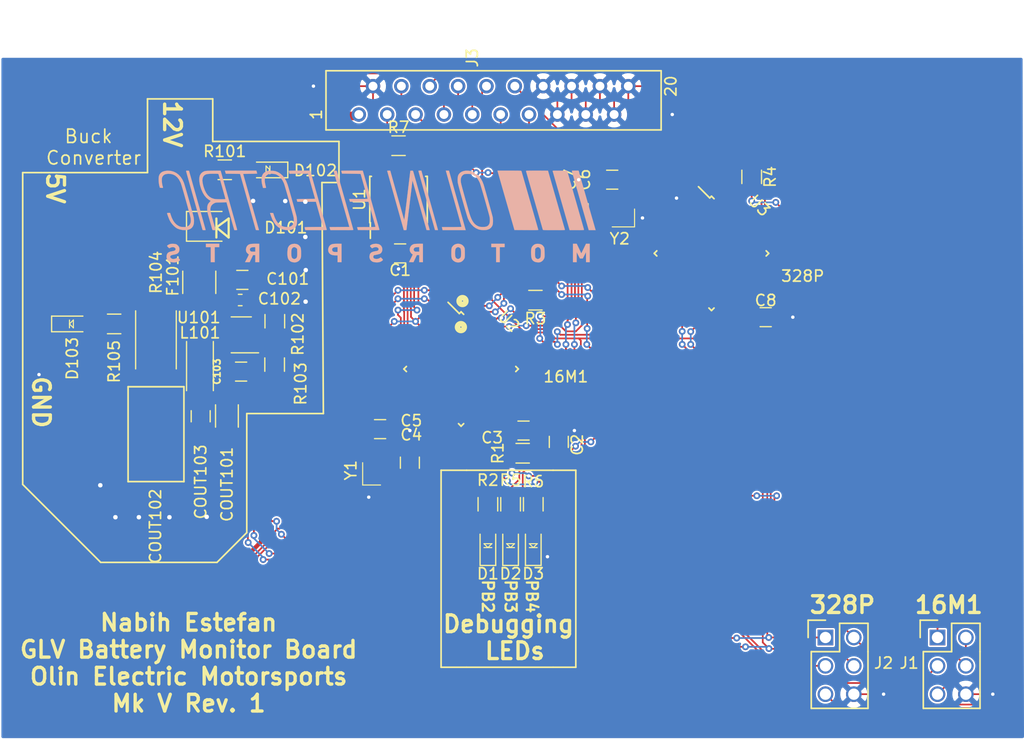
<source format=kicad_pcb>
(kicad_pcb (version 20171130) (host pcbnew 5.1.5-52549c5~84~ubuntu18.04.1)
  (layers (0 F.Cu signal) (31 B.Cu signal) (34 B.Paste user) (35 F.Paste user) (36 B.SilkS user) (37 F.SilkS user) (38 B.Mask user) (39 F.Mask user) (44 Edge.Cuts user))
  (net 0 "")
  (net 1 GND)
  (net 2 VCC)
  (net 3 "Net-(C3-Pad1)")
  (net 4 /XTAL1)
  (net 5 /XTAL2)
  (net 6 /XTAL1_2)
  (net 7 /XTAL2_2)
  (net 8 "Net-(C101-Pad1)")
  (net 9 "Net-(C103-Pad2)")
  (net 10 "Net-(C103-Pad1)")
  (net 11 "Net-(COUT101-Pad1)")
  (net 12 "Net-(D1-Pad2)")
  (net 13 "Net-(D2-Pad2)")
  (net 14 "Net-(D3-Pad2)")
  (net 15 "Net-(D102-Pad2)")
  (net 16 "Net-(D103-Pad2)")
  (net 17 /RESET)
  (net 18 /MOSI)
  (net 19 /SCK)
  (net 20 /MISO)
  (net 21 /RESET_2)
  (net 22 /CAN_HI)
  (net 23 +12V)
  (net 24 /CAN_LO)
  (net 25 /LED_1)
  (net 26 /LED_2)
  (net 27 /LED_3)
  (net 28 "Net-(R102-Pad1)")
  (net 29 /CAN_TX)
  (net 30 /CAN_RX)
  (net 31 "Net-(U1-Pad5)")
  (net 32 "Net-(U2-Pad3)")
  (net 33 "Net-(U2-Pad13)")
  (net 34 "Net-(U2-Pad14)")
  (net 35 "Net-(U2-Pad15)")
  (net 36 "Net-(U2-Pad21)")
  (net 37 "Net-(U2-Pad22)")
  (net 38 "Net-(U2-Pad25)")
  (net 39 "Net-(U2-Pad26)")
  (net 40 /INFO1)
  (net 41 /INFO2)
  (net 42 "Net-(U3-Pad1)")
  (net 43 "Net-(U3-Pad2)")
  (net 44 "Net-(U3-Pad5)")
  (net 45 "Net-(U3-Pad6)")
  (net 46 "Net-(U3-Pad11)")
  (net 47 "Net-(U3-Pad12)")
  (net 48 "Net-(U3-Pad13)")
  (net 49 "Net-(U3-Pad19)")
  (net 50 "Net-(U3-Pad20)")
  (net 51 "Net-(U3-Pad21)")
  (net 52 "Net-(U3-Pad22)")
  (net 53 "Net-(U3-Pad23)")
  (net 54 "Net-(U3-Pad24)")
  (net 55 "Net-(U3-Pad25)")
  (net 56 "Net-(U3-Pad26)")
  (net 57 "Net-(U3-Pad30)")
  (net 58 "Net-(U3-Pad31)")
  (net 59 "Net-(U3-Pad32)")
  (net 60 /CS_GLV)
  (net 61 /ALERT_GLV)
  (net 62 /ALERT_COOLING)
  (net 63 /CS_2)
  (net 64 /MISO_2)
  (net 65 /SCK_2)
  (net 66 /MOSI_2)
  (net 67 /SCL)
  (net 68 /SDA)
  (module footprints:micromatch_female_ra_20 (layer F.Cu) (at 136.144 80.01 90)
    (fp_text reference J3 (at 5.08 5.08 90) (layer F.SilkS))
    (fp_text value MM_F_RA_20 hide)
    (fp_text user 20 (at 2.54 22.86 90) (layer F.SilkS))
    (fp_text user 1 (at 0 -8.89 90) (layer F.SilkS))
    (pad 5 thru_hole circle (at 0 0 90) (size 1.3 1.3) (drill 0.8) (layers *.Cu *.Mask) (net 2 VCC))
    (pad 3 thru_hole circle (at 0 -2.54 90) (size 1.3 1.3) (drill 0.8) (layers *.Cu *.Mask) (net 22 /CAN_HI))
    (pad 1 thru_hole circle (at 0 -5.08 90) (size 1.3 1.3) (drill 0.8) (layers *.Cu *.Mask) (net 23 +12V))
    (pad 7 thru_hole circle (at 0 2.54 90) (size 1.3 1.3) (drill 0.8) (layers *.Cu *.Mask) (net 67 /SCL))
    (pad 2 thru_hole circle (at 2.54 -3.81 90) (size 1.3 1.3) (drill 0.8) (layers *.Cu *.Mask) (net 1 GND))
    (pad 4 thru_hole circle (at 2.54 -1.27 90) (size 1.3 1.3) (drill 0.8) (layers *.Cu *.Mask) (net 24 /CAN_LO))
    (pad 6 thru_hole circle (at 2.54 1.27 90) (size 1.3 1.3) (drill 0.8) (layers *.Cu *.Mask) (net 68 /SDA))
    (pad 8 thru_hole circle (at 2.54 3.81 90) (size 1.3 1.3) (drill 0.8) (layers *.Cu *.Mask) (net 64 /MISO_2))
    (pad 9 thru_hole circle (at 0 5.08 90) (size 1.3 1.3) (drill 0.8) (layers *.Cu *.Mask) (net 66 /MOSI_2))
    (pad 10 thru_hole circle (at 2.54 6.35 90) (size 1.3 1.3) (drill 0.8) (layers *.Cu *.Mask) (net 65 /SCK_2))
    (pad 11 thru_hole circle (at 0 7.62 90) (size 1.3 1.3) (drill 0.8) (layers *.Cu *.Mask) (net 60 /CS_GLV))
    (pad 12 thru_hole circle (at 2.54 8.89 90) (size 1.3 1.3) (drill 0.8) (layers *.Cu *.Mask) (net 61 /ALERT_GLV))
    (pad 13 thru_hole circle (at 0 10.16 90) (size 1.3 1.3) (drill 0.8) (layers *.Cu *.Mask) (net 62 /ALERT_COOLING))
    (pad 14 thru_hole circle (at 2.54 11.43 90) (size 1.3 1.3) (drill 0.8) (layers *.Cu *.Mask) (net 1 GND))
    (pad 15 thru_hole circle (at 0 12.7 90) (size 1.3 1.3) (drill 0.8) (layers *.Cu *.Mask) (net 1 GND))
    (pad 16 thru_hole circle (at 2.54 13.97 90) (size 1.3 1.3) (drill 0.8) (layers *.Cu *.Mask) (net 1 GND))
    (pad 17 thru_hole circle (at 0 15.24 90) (size 1.3 1.3) (drill 0.8) (layers *.Cu *.Mask) (net 1 GND))
    (pad 18 thru_hole circle (at 2.54 16.51 90) (size 1.3 1.3) (drill 0.8) (layers *.Cu *.Mask) (net 1 GND))
    (pad 19 thru_hole circle (at 0 17.78 90) (size 1.3 1.3) (drill 0.8) (layers *.Cu *.Mask) (net 1 GND))
    (pad 20 thru_hole circle (at 2.54 19.05 90) (size 1.3 1.3) (drill 0.8) (layers *.Cu *.Mask) (net 1 GND))
  )
  (module footprints:Pin_Header_Straight_2x03 (layer F.Cu) (at 172.847 126.873)
    (fp_text reference J2 (at 5.207 2.286) (layer F.SilkS))
    (fp_text value CONN_02X03 hide)
    (pad 1 thru_hole rect (at 0 0) (size 1.4 1.4) (drill 1.016) (layers *.Cu *.Mask) (net 64 /MISO_2))
    (pad 2 thru_hole circle (at 2.54 0) (size 1.4 1.4) (drill 1.016) (layers *.Cu *.Mask) (net 2 VCC))
    (pad 3 thru_hole circle (at 0 2.54) (size 1.4 1.4) (drill 1.016) (layers *.Cu *.Mask) (net 65 /SCK_2))
    (pad 4 thru_hole circle (at 2.54 2.54) (size 1.4 1.4) (drill 1.016) (layers *.Cu *.Mask) (net 66 /MOSI_2))
    (pad 5 thru_hole circle (at 0 5.08) (size 1.4 1.4) (drill 1.016) (layers *.Cu *.Mask) (net 21 /RESET_2))
    (pad 6 thru_hole circle (at 2.54 5.08) (size 1.4 1.4) (drill 1.016) (layers *.Cu *.Mask) (net 1 GND))
  )
  (module footprints:Pin_Header_Straight_2x03 (layer F.Cu) (at 182.88 126.873)
    (fp_text reference J1 (at -2.54 2.286) (layer F.SilkS))
    (fp_text value CONN_02X03 hide)
    (pad 6 thru_hole circle (at 2.54 5.08) (size 1.4 1.4) (drill 1.016) (layers *.Cu *.Mask) (net 1 GND))
    (pad 5 thru_hole circle (at 0 5.08) (size 1.4 1.4) (drill 1.016) (layers *.Cu *.Mask) (net 17 /RESET))
    (pad 4 thru_hole circle (at 2.54 2.54) (size 1.4 1.4) (drill 1.016) (layers *.Cu *.Mask) (net 18 /MOSI))
    (pad 3 thru_hole circle (at 0 2.54) (size 1.4 1.4) (drill 1.016) (layers *.Cu *.Mask) (net 19 /SCK))
    (pad 2 thru_hole circle (at 2.54 0) (size 1.4 1.4) (drill 1.016) (layers *.Cu *.Mask) (net 2 VCC))
    (pad 1 thru_hole rect (at 0 0) (size 1.4 1.4) (drill 1.016) (layers *.Cu *.Mask) (net 20 /MISO))
  )
  (module footprints:C_0805_OEM (layer F.Cu) (at 120.634 94.82836)
    (fp_text reference C101 (at 4.064 -0.08636) (layer F.SilkS))
    (fp_text value C_0.1uF hide)
    (pad 1 smd rect (at -1 0) (size 1 1.25) (layers F.Cu F.Paste F.Mask) (net 8 "Net-(C101-Pad1)"))
    (pad 2 smd rect (at 1 0) (size 1 1.25) (layers F.Cu F.Paste F.Mask) (net 1 GND))
  )
  (module footprints:L_100uH_OEM (layer F.Cu) (at 116.83746 102.5527 270)
    (fp_text reference L101 (at -2.9847 -0.00254) (layer F.SilkS))
    (fp_text value L_100uH hide)
    (pad 1 smd rect (at -1.6 0 270) (size 1.2 2) (layers F.Cu F.Paste F.Mask) (net 9 "Net-(C103-Pad2)"))
    (pad 2 smd rect (at 1.6 0 270) (size 1.2 2) (layers F.Cu F.Paste F.Mask) (net 11 "Net-(COUT101-Pad1)"))
  )
  (module footprints:R_0805_OEM (layer F.Cu) (at 109.154 98.776 180)
    (fp_text reference R105 (at 0 -3.375 90) (layer F.SilkS))
    (fp_text value R_200 hide)
    (pad 2 smd rect (at 0.95 0 180) (size 0.7 1.3) (layers F.Cu F.Paste F.Mask) (net 16 "Net-(D103-Pad2)"))
    (pad 1 smd rect (at -0.95 0 180) (size 0.7 1.3) (layers F.Cu F.Paste F.Mask) (net 2 VCC))
  )
  (module footprints:DO-214AA (layer F.Cu) (at 118.8085 90.0303)
    (fp_text reference D101 (at 5.7205 0.1207 180) (layer F.SilkS))
    (fp_text value D_Zener_18V hide)
    (pad 1 smd rect (at -2.032 0 180) (size 1.778 2.159) (layers F.Cu F.Paste F.Mask) (net 23 +12V))
    (pad 2 smd rect (at 2.032 0 180) (size 1.778 2.159) (layers F.Cu F.Paste F.Mask) (net 1 GND))
  )
  (module footprints:C_0805_OEM (layer F.Cu) (at 120.523 103.0478 180)
    (fp_text reference C103 (at 2.159 0.0032 90) (layer F.SilkS) (effects (font (size 0.6 0.6))))
    (fp_text value C_0.1uF hide)
    (pad 1 smd rect (at -1 0 180) (size 1 1.25) (layers F.Cu F.Paste F.Mask) (net 10 "Net-(C103-Pad1)"))
    (pad 2 smd rect (at 1 0 180) (size 1 1.25) (layers F.Cu F.Paste F.Mask) (net 9 "Net-(C103-Pad2)"))
  )
  (module footprints:R_0805_OEM (layer F.Cu) (at 123.54052 98.53422 90)
    (fp_text reference R102 (at -1.16078 2.06248 90) (layer F.SilkS))
    (fp_text value R_25K hide)
    (pad 1 smd rect (at -0.95 0 90) (size 0.7 1.3) (layers F.Cu F.Paste F.Mask) (net 28 "Net-(R102-Pad1)"))
    (pad 2 smd rect (at 0.95 0 90) (size 0.7 1.3) (layers F.Cu F.Paste F.Mask) (net 1 GND))
  )
  (module footprints:LED_0805_OEM (layer F.Cu) (at 105.354 98.776)
    (fp_text reference D103 (at 0.05 3.1 270) (layer F.SilkS))
    (fp_text value LED_0805 hide)
    (pad 1 smd rect (at -1.1 0 180) (size 1.2 1.2) (layers F.Cu F.Paste F.Mask) (net 1 GND))
    (pad 2 smd rect (at 1.1 0 180) (size 1.2 1.2) (layers F.Cu F.Paste F.Mask) (net 16 "Net-(D103-Pad2)"))
  )
  (module footprints:SOT-23-6_OEM (layer F.Cu) (at 120.5382 99.7536 180)
    (fp_text reference U101 (at 3.8092 1.5526 180) (layer F.SilkS))
    (fp_text value TPS560430YF hide)
    (pad 5 smd rect (at 1.1 0 180) (size 1.06 0.65) (layers F.Cu F.Paste F.Mask) (net 8 "Net-(C101-Pad1)"))
    (pad 6 smd rect (at 1.1 -0.95 180) (size 1.06 0.65) (layers F.Cu F.Paste F.Mask) (net 9 "Net-(C103-Pad2)"))
    (pad 4 smd rect (at 1.1 0.95 180) (size 1.06 0.65) (layers F.Cu F.Paste F.Mask) (net 8 "Net-(C101-Pad1)"))
    (pad 3 smd rect (at -1.1 0.95 180) (size 1.06 0.65) (layers F.Cu F.Paste F.Mask) (net 28 "Net-(R102-Pad1)"))
    (pad 2 smd rect (at -1.1 0 180) (size 1.06 0.65) (layers F.Cu F.Paste F.Mask) (net 1 GND))
    (pad 1 smd rect (at -1.1 -0.95 180) (size 1.06 0.65) (layers F.Cu F.Paste F.Mask) (net 10 "Net-(C103-Pad1)"))
  )
  (module footprints:C_1206_OEM (layer F.Cu) (at 119.253 107.0243 270)
    (fp_text reference COUT101 (at 6.1267 -0.001 90) (layer F.SilkS))
    (fp_text value C_22uF hide)
    (pad 2 smd rect (at 1.5 0 270) (size 1 1.6) (layers F.Cu F.Paste F.Mask) (net 1 GND))
    (pad 1 smd rect (at -1.5 0 270) (size 1 1.6) (layers F.Cu F.Paste F.Mask) (net 11 "Net-(COUT101-Pad1)"))
  )
  (module footprints:Fuse_1812 (layer F.Cu) (at 112.903 105.9053 270)
    (fp_text reference COUT102 (at 10.9957 0.049 90) (layer F.SilkS))
    (fp_text value C_33uF hide)
    (pad 2 smd rect (at 5.28 0 270) (size 1.78 3.5) (layers F.Cu F.Paste F.Mask) (net 1 GND))
    (pad 1 smd rect (at 0 0 270) (size 1.78 3.5) (layers F.Cu F.Paste F.Mask) (net 11 "Net-(COUT101-Pad1)"))
  )
  (module footprints:Fuse_1210 (layer F.Cu) (at 116.7765 95.0468 90)
    (fp_text reference F101 (at 0.5958 -2.3725 270) (layer F.SilkS))
    (fp_text value F_500mA_16V hide)
    (pad 1 smd rect (at -1.45 0 90) (size 0.9 2.5) (layers F.Cu F.Paste F.Mask) (net 8 "Net-(C101-Pad1)"))
    (pad 2 smd rect (at 1.45 0 90) (size 0.9 2.5) (layers F.Cu F.Paste F.Mask) (net 23 +12V))
  )
  (module footprints:R_0805_OEM (layer F.Cu) (at 123.52528 102.42042 90)
    (fp_text reference R103 (at -1.71958 2.33172 90) (layer F.SilkS))
    (fp_text value R_100K hide)
    (pad 2 smd rect (at 0.95 0 90) (size 0.7 1.3) (layers F.Cu F.Paste F.Mask) (net 28 "Net-(R102-Pad1)"))
    (pad 1 smd rect (at -0.95 0 90) (size 0.7 1.3) (layers F.Cu F.Paste F.Mask) (net 11 "Net-(COUT101-Pad1)"))
  )
  (module footprints:LED_0805_OEM (layer F.Cu) (at 122.904 84.976 180)
    (fp_text reference D102 (at -4.275 -0.05) (layer F.SilkS))
    (fp_text value LED_0805 hide)
    (pad 1 smd rect (at -1.1 0) (size 1.2 1.2) (layers F.Cu F.Paste F.Mask) (net 1 GND))
    (pad 2 smd rect (at 1.1 0) (size 1.2 1.2) (layers F.Cu F.Paste F.Mask) (net 15 "Net-(D102-Pad2)"))
  )
  (module footprints:C_0805_OEM (layer F.Cu) (at 116.9035 107.0483 270)
    (fp_text reference COUT103 (at 5.8777 -0.0005 90) (layer F.SilkS))
    (fp_text value C_47uF hide)
    (pad 2 smd rect (at 1 0 270) (size 1 1.25) (layers F.Cu F.Paste F.Mask) (net 1 GND))
    (pad 1 smd rect (at -1 0 270) (size 1 1.25) (layers F.Cu F.Paste F.Mask) (net 11 "Net-(COUT101-Pad1)"))
  )
  (module footprints:C_0603_1608Metric (layer F.Cu) (at 120.4435 96.6343)
    (fp_text reference C102 (at 3.5085 -0.1143) (layer F.SilkS))
    (fp_text value C_2.2uF)
    (pad 2 smd roundrect (at 0.7875 0) (size 0.875 0.95) (layers F.Cu F.Paste F.Mask) (net 1 GND))
    (pad 1 smd roundrect (at -0.7875 0) (size 0.875 0.95) (layers F.Cu F.Paste F.Mask) (net 8 "Net-(C101-Pad1)"))
  )
  (module footprints:R_2512_OEM (layer F.Cu) (at 112.89792 100.2042 90)
    (fp_text reference R104 (at 6.0532 0.00608 270) (layer F.SilkS))
    (fp_text value R_0_2512 hide)
    (pad 2 smd rect (at 3.1 0 90) (size 1 3.2) (layers F.Cu F.Paste F.Mask) (net 2 VCC))
    (pad 1 smd rect (at -3.1 0 90) (size 1 3.2) (layers F.Cu F.Paste F.Mask) (net 11 "Net-(COUT101-Pad1)"))
  )
  (module footprints:Logo_Large (layer B.Cu) (at 132.715 89.154 180)
    (fp_text reference G*** hide)
    (fp_text value LOGO hide)
  )
  (module footprints:R_0805_OEM (layer F.Cu) (at 119.06 84.963)
    (fp_text reference R101 (at 0 -1.65) (layer F.SilkS))
    (fp_text value R_1K hide)
    (pad 1 smd rect (at -0.95 0) (size 0.7 1.3) (layers F.Cu F.Paste F.Mask) (net 8 "Net-(C101-Pad1)"))
    (pad 2 smd rect (at 0.95 0) (size 0.7 1.3) (layers F.Cu F.Paste F.Mask) (net 15 "Net-(D102-Pad2)"))
  )
  (module footprints:C_0805_OEM (layer F.Cu) (at 134.763 92.456 180)
    (fp_text reference C1 (at 0 -1.5) (layer F.SilkS))
    (fp_text value C_0.1uF hide)
    (pad 1 smd rect (at -1 0 180) (size 1 1.25) (layers F.Cu F.Paste F.Mask) (net 2 VCC))
    (pad 2 smd rect (at 1 0 180) (size 1 1.25) (layers F.Cu F.Paste F.Mask) (net 1 GND))
  )
  (module footprints:C_0805_OEM (layer F.Cu) (at 148.971 109.347 90)
    (fp_text reference C2 (at -0.254 1.651 90) (layer F.SilkS))
    (fp_text value C_0.1uF hide)
    (pad 1 smd rect (at -1 0 90) (size 1 1.25) (layers F.Cu F.Paste F.Mask) (net 2 VCC))
    (pad 2 smd rect (at 1 0 90) (size 1 1.25) (layers F.Cu F.Paste F.Mask) (net 1 GND))
  )
  (module footprints:C_0805_OEM (layer F.Cu) (at 145.812 108.331)
    (fp_text reference C3 (at -2.81 0.635) (layer F.SilkS))
    (fp_text value C_100pF hide)
    (pad 2 smd rect (at 1 0) (size 1 1.25) (layers F.Cu F.Paste F.Mask) (net 1 GND))
    (pad 1 smd rect (at -1 0) (size 1 1.25) (layers F.Cu F.Paste F.Mask) (net 3 "Net-(C3-Pad1)"))
  )
  (module footprints:C_0805_OEM (layer F.Cu) (at 135.636 111.209 90)
    (fp_text reference C4 (at 2.497 0.127) (layer F.SilkS))
    (fp_text value C_30pF hide)
    (pad 1 smd rect (at -1 0 90) (size 1 1.25) (layers F.Cu F.Paste F.Mask) (net 4 /XTAL1))
    (pad 2 smd rect (at 1 0 90) (size 1 1.25) (layers F.Cu F.Paste F.Mask) (net 1 GND))
  )
  (module footprints:C_0805_OEM (layer F.Cu) (at 132.969 108.204)
    (fp_text reference C5 (at 2.794 -0.762) (layer F.SilkS))
    (fp_text value C_30pF hide)
    (pad 2 smd rect (at 1 0) (size 1 1.25) (layers F.Cu F.Paste F.Mask) (net 1 GND))
    (pad 1 smd rect (at -1 0) (size 1 1.25) (layers F.Cu F.Paste F.Mask) (net 5 /XTAL2))
  )
  (module footprints:C_0805_OEM (layer F.Cu) (at 153.754 85.852 180)
    (fp_text reference C6 (at 2.497 0 90) (layer F.SilkS))
    (fp_text value C_30pF hide)
    (pad 2 smd rect (at 1 0 180) (size 1 1.25) (layers F.Cu F.Paste F.Mask) (net 1 GND))
    (pad 1 smd rect (at -1 0 180) (size 1 1.25) (layers F.Cu F.Paste F.Mask) (net 6 /XTAL1_2))
  )
  (module footprints:C_0805_OEM (layer F.Cu) (at 150.749 88.503 90)
    (fp_text reference C7 (at 2.651 -0.762 90) (layer F.SilkS))
    (fp_text value C_30pF hide)
    (pad 1 smd rect (at -1 0 90) (size 1 1.25) (layers F.Cu F.Paste F.Mask) (net 7 /XTAL2_2))
    (pad 2 smd rect (at 1 0 90) (size 1 1.25) (layers F.Cu F.Paste F.Mask) (net 1 GND))
  )
  (module footprints:C_0805_OEM (layer F.Cu) (at 167.497 98.171)
    (fp_text reference C8 (at 0 -1.5) (layer F.SilkS))
    (fp_text value C_0.1uF hide)
    (pad 2 smd rect (at 1 0) (size 1 1.25) (layers F.Cu F.Paste F.Mask) (net 1 GND))
    (pad 1 smd rect (at -1 0) (size 1 1.25) (layers F.Cu F.Paste F.Mask) (net 2 VCC))
  )
  (module footprints:LED_0805_OEM (layer F.Cu) (at 142.621 118.618 90)
    (fp_text reference D1 (at -2.54 0 180) (layer F.SilkS))
    (fp_text value LED_0805 hide)
    (pad 1 smd rect (at -1.1 0 270) (size 1.2 1.2) (layers F.Cu F.Paste F.Mask) (net 1 GND))
    (pad 2 smd rect (at 1.1 0 270) (size 1.2 1.2) (layers F.Cu F.Paste F.Mask) (net 12 "Net-(D1-Pad2)"))
  )
  (module footprints:LED_0805_OEM (layer F.Cu) (at 144.653 118.618 90)
    (fp_text reference D2 (at -2.54 0 180) (layer F.SilkS))
    (fp_text value LED_0805 hide)
    (pad 2 smd rect (at 1.1 0 270) (size 1.2 1.2) (layers F.Cu F.Paste F.Mask) (net 13 "Net-(D2-Pad2)"))
    (pad 1 smd rect (at -1.1 0 270) (size 1.2 1.2) (layers F.Cu F.Paste F.Mask) (net 1 GND))
  )
  (module footprints:LED_0805_OEM (layer F.Cu) (at 146.685 118.618 90)
    (fp_text reference D3 (at -2.54 0 180) (layer F.SilkS))
    (fp_text value LED_0805 hide)
    (pad 2 smd rect (at 1.1 0 270) (size 1.2 1.2) (layers F.Cu F.Paste F.Mask) (net 14 "Net-(D3-Pad2)"))
    (pad 1 smd rect (at -1.1 0 270) (size 1.2 1.2) (layers F.Cu F.Paste F.Mask) (net 1 GND))
  )
  (module footprints:R_0805_OEM (layer F.Cu) (at 145.735 110.363 180)
    (fp_text reference R1 (at 2.225 0 90) (layer F.SilkS))
    (fp_text value R_100 hide)
    (pad 1 smd rect (at -0.95 0 180) (size 0.7 1.3) (layers F.Cu F.Paste F.Mask) (net 2 VCC))
    (pad 2 smd rect (at 0.95 0 180) (size 0.7 1.3) (layers F.Cu F.Paste F.Mask) (net 3 "Net-(C3-Pad1)"))
  )
  (module footprints:R_0805_OEM (layer F.Cu) (at 142.621 114.935 90)
    (fp_text reference R2 (at 2.159 0 180) (layer F.SilkS))
    (fp_text value R_200 hide)
    (pad 2 smd rect (at 0.95 0 90) (size 0.7 1.3) (layers F.Cu F.Paste F.Mask) (net 25 /LED_1))
    (pad 1 smd rect (at -0.95 0 90) (size 0.7 1.3) (layers F.Cu F.Paste F.Mask) (net 12 "Net-(D1-Pad2)"))
  )
  (module footprints:R_0805_OEM (layer F.Cu) (at 146.878 96.647 180)
    (fp_text reference R3 (at 0 -1.65) (layer F.SilkS))
    (fp_text value R_10K hide)
    (pad 1 smd rect (at -0.95 0 180) (size 0.7 1.3) (layers F.Cu F.Paste F.Mask) (net 2 VCC))
    (pad 2 smd rect (at 0.95 0 180) (size 0.7 1.3) (layers F.Cu F.Paste F.Mask) (net 17 /RESET))
  )
  (module footprints:R_0805_OEM (layer F.Cu) (at 166.243 85.598 270)
    (fp_text reference R4 (at 0 -1.65 90) (layer F.SilkS))
    (fp_text value R_10K hide)
    (pad 2 smd rect (at 0.95 0 270) (size 0.7 1.3) (layers F.Cu F.Paste F.Mask) (net 21 /RESET_2))
    (pad 1 smd rect (at -0.95 0 270) (size 0.7 1.3) (layers F.Cu F.Paste F.Mask) (net 2 VCC))
  )
  (module footprints:R_0805_OEM (layer F.Cu) (at 144.653 114.935 90)
    (fp_text reference R5 (at 2.159 0 180) (layer F.SilkS))
    (fp_text value R_200 hide)
    (pad 1 smd rect (at -0.95 0 90) (size 0.7 1.3) (layers F.Cu F.Paste F.Mask) (net 13 "Net-(D2-Pad2)"))
    (pad 2 smd rect (at 0.95 0 90) (size 0.7 1.3) (layers F.Cu F.Paste F.Mask) (net 26 /LED_2))
  )
  (module footprints:R_0805_OEM (layer F.Cu) (at 146.685 114.935 90)
    (fp_text reference R6 (at 2.032 0 180) (layer F.SilkS))
    (fp_text value R_200 hide)
    (pad 2 smd rect (at 0.95 0 90) (size 0.7 1.3) (layers F.Cu F.Paste F.Mask) (net 27 /LED_3))
    (pad 1 smd rect (at -0.95 0 90) (size 0.7 1.3) (layers F.Cu F.Paste F.Mask) (net 14 "Net-(D3-Pad2)"))
  )
  (module footprints:R_0805_OEM (layer F.Cu) (at 134.62 82.804)
    (fp_text reference R7 (at 0 -1.65) (layer F.SilkS))
    (fp_text value R_120_DNP hide)
    (pad 1 smd rect (at -0.95 0) (size 0.7 1.3) (layers F.Cu F.Paste F.Mask) (net 22 /CAN_HI))
    (pad 2 smd rect (at 0.95 0) (size 0.7 1.3) (layers F.Cu F.Paste F.Mask) (net 24 /CAN_LO))
  )
  (module footprints:SOIC-8_3.9x4.9mm_Pitch1.27mm_OEM (layer F.Cu) (at 134.62 87.63 90)
    (fp_text reference U1 (at 0 -3.5 90) (layer F.SilkS))
    (fp_text value MCP2561-E_SN hide)
    (pad 1 smd rect (at -2.7 -1.905 90) (size 1.55 0.6) (layers F.Cu F.Paste F.Mask) (net 29 /CAN_TX))
    (pad 2 smd rect (at -2.7 -0.635 90) (size 1.55 0.6) (layers F.Cu F.Paste F.Mask) (net 1 GND))
    (pad 3 smd rect (at -2.7 0.635 90) (size 1.55 0.6) (layers F.Cu F.Paste F.Mask) (net 2 VCC))
    (pad 4 smd rect (at -2.7 1.905 90) (size 1.55 0.6) (layers F.Cu F.Paste F.Mask) (net 30 /CAN_RX))
    (pad 5 smd rect (at 2.7 1.905 90) (size 1.55 0.6) (layers F.Cu F.Paste F.Mask) (net 31 "Net-(U1-Pad5)"))
    (pad 6 smd rect (at 2.7 0.635 90) (size 1.55 0.6) (layers F.Cu F.Paste F.Mask) (net 24 /CAN_LO))
    (pad 7 smd rect (at 2.7 -0.635 90) (size 1.55 0.6) (layers F.Cu F.Paste F.Mask) (net 22 /CAN_HI))
    (pad 8 smd rect (at 2.7 -1.905 90) (size 1.55 0.6) (layers F.Cu F.Paste F.Mask) (net 1 GND))
  )
  (module footprints:TQFP-32_7x7mm_Pitch0.8mm (layer F.Cu) (at 140.221953 102.814639 315)
    (fp_text reference U2 (at 0 -6.05 135) (layer F.SilkS))
    (fp_text value ATMEGA16M1 hide)
    (pad 1 smd rect (at -4.25 -2.8 315) (size 1.6 0.55) (layers F.Cu F.Paste F.Mask) (net 20 /MISO))
    (pad 2 smd rect (at -4.25 -2 315) (size 1.6 0.55) (layers F.Cu F.Paste F.Mask) (net 18 /MOSI))
    (pad 3 smd rect (at -4.25 -1.2 315) (size 1.6 0.55) (layers F.Cu F.Paste F.Mask) (net 32 "Net-(U2-Pad3)"))
    (pad 4 smd rect (at -4.25 -0.4 315) (size 1.6 0.55) (layers F.Cu F.Paste F.Mask) (net 2 VCC))
    (pad 5 smd rect (at -4.25 0.4 315) (size 1.6 0.55) (layers F.Cu F.Paste F.Mask) (net 1 GND))
    (pad 6 smd rect (at -4.25 1.2 315) (size 1.6 0.55) (layers F.Cu F.Paste F.Mask) (net 29 /CAN_TX))
    (pad 7 smd rect (at -4.25 2 315) (size 1.6 0.55) (layers F.Cu F.Paste F.Mask) (net 30 /CAN_RX))
    (pad 8 smd rect (at -4.25 2.8 315) (size 1.6 0.55) (layers F.Cu F.Paste F.Mask) (net 64 /MISO_2))
    (pad 9 smd rect (at -2.8 4.25 45) (size 1.6 0.55) (layers F.Cu F.Paste F.Mask) (net 66 /MOSI_2))
    (pad 10 smd rect (at -2 4.25 45) (size 1.6 0.55) (layers F.Cu F.Paste F.Mask) (net 5 /XTAL2))
    (pad 11 smd rect (at -1.2 4.25 45) (size 1.6 0.55) (layers F.Cu F.Paste F.Mask) (net 4 /XTAL1))
    (pad 12 smd rect (at -0.4 4.25 45) (size 1.6 0.55) (layers F.Cu F.Paste F.Mask) (net 19 /SCK))
    (pad 13 smd rect (at 0.4 4.25 45) (size 1.6 0.55) (layers F.Cu F.Paste F.Mask) (net 33 "Net-(U2-Pad13)"))
    (pad 14 smd rect (at 1.2 4.25 45) (size 1.6 0.55) (layers F.Cu F.Paste F.Mask) (net 34 "Net-(U2-Pad14)"))
    (pad 15 smd rect (at 2 4.25 45) (size 1.6 0.55) (layers F.Cu F.Paste F.Mask) (net 35 "Net-(U2-Pad15)"))
    (pad 16 smd rect (at 2.8 4.25 45) (size 1.6 0.55) (layers F.Cu F.Paste F.Mask) (net 25 /LED_1))
    (pad 17 smd rect (at 4.25 2.8 315) (size 1.6 0.55) (layers F.Cu F.Paste F.Mask) (net 61 /ALERT_GLV))
    (pad 18 smd rect (at 4.25 2 315) (size 1.6 0.55) (layers F.Cu F.Paste F.Mask) (net 62 /ALERT_COOLING))
    (pad 19 smd rect (at 4.25 1.2 315) (size 1.6 0.55) (layers F.Cu F.Paste F.Mask) (net 3 "Net-(C3-Pad1)"))
    (pad 20 smd rect (at 4.25 0.4 315) (size 1.6 0.55) (layers F.Cu F.Paste F.Mask) (net 1 GND))
    (pad 21 smd rect (at 4.25 -0.4 315) (size 1.6 0.55) (layers F.Cu F.Paste F.Mask) (net 36 "Net-(U2-Pad21)"))
    (pad 22 smd rect (at 4.25 -1.2 315) (size 1.6 0.55) (layers F.Cu F.Paste F.Mask) (net 37 "Net-(U2-Pad22)"))
    (pad 23 smd rect (at 4.25 -2 315) (size 1.6 0.55) (layers F.Cu F.Paste F.Mask) (net 26 /LED_2))
    (pad 24 smd rect (at 4.25 -2.8 315) (size 1.6 0.55) (layers F.Cu F.Paste F.Mask) (net 27 /LED_3))
    (pad 25 smd rect (at 2.8 -4.25 45) (size 1.6 0.55) (layers F.Cu F.Paste F.Mask) (net 38 "Net-(U2-Pad25)"))
    (pad 26 smd rect (at 2 -4.25 45) (size 1.6 0.55) (layers F.Cu F.Paste F.Mask) (net 39 "Net-(U2-Pad26)"))
    (pad 27 smd rect (at 1.2 -4.25 45) (size 1.6 0.55) (layers F.Cu F.Paste F.Mask) (net 63 /CS_2))
    (pad 28 smd rect (at 0.4 -4.25 45) (size 1.6 0.55) (layers F.Cu F.Paste F.Mask) (net 65 /SCK_2))
    (pad 29 smd rect (at -0.4 -4.25 45) (size 1.6 0.55) (layers F.Cu F.Paste F.Mask) (net 40 /INFO1))
    (pad 30 smd rect (at -1.2 -4.25 45) (size 1.6 0.55) (layers F.Cu F.Paste F.Mask) (net 60 /CS_GLV))
    (pad 31 smd rect (at -2 -4.25 45) (size 1.6 0.55) (layers F.Cu F.Paste F.Mask) (net 17 /RESET))
    (pad 32 smd rect (at -2.8 -4.25 45) (size 1.6 0.55) (layers F.Cu F.Paste F.Mask) (net 41 /INFO2))
  )
  (module Package_QFP:TQFP-32_7x7mm_P0.8mm (layer F.Cu) (at 162.643268 92.453676 315)
    (fp_text reference U3 (at 0 -6.05 135) (layer F.SilkS))
    (fp_text value ATmega328P-AU)
    (pad 1 smd rect (at -4.25 -2.8 315) (size 1.6 0.55) (layers F.Cu F.Paste F.Mask) (net 42 "Net-(U3-Pad1)"))
    (pad 2 smd rect (at -4.25 -2 315) (size 1.6 0.55) (layers F.Cu F.Paste F.Mask) (net 43 "Net-(U3-Pad2)"))
    (pad 3 smd rect (at -4.25 -1.2 315) (size 1.6 0.55) (layers F.Cu F.Paste F.Mask) (net 1 GND))
    (pad 4 smd rect (at -4.25 -0.4 315) (size 1.6 0.55) (layers F.Cu F.Paste F.Mask) (net 2 VCC))
    (pad 5 smd rect (at -4.25 0.4 315) (size 1.6 0.55) (layers F.Cu F.Paste F.Mask) (net 44 "Net-(U3-Pad5)"))
    (pad 6 smd rect (at -4.25 1.2 315) (size 1.6 0.55) (layers F.Cu F.Paste F.Mask) (net 45 "Net-(U3-Pad6)"))
    (pad 7 smd rect (at -4.25 2 315) (size 1.6 0.55) (layers F.Cu F.Paste F.Mask) (net 6 /XTAL1_2))
    (pad 8 smd rect (at -4.25 2.8 315) (size 1.6 0.55) (layers F.Cu F.Paste F.Mask) (net 7 /XTAL2_2))
    (pad 9 smd rect (at -2.8 4.25 45) (size 1.6 0.55) (layers F.Cu F.Paste F.Mask) (net 40 /INFO1))
    (pad 10 smd rect (at -2 4.25 45) (size 1.6 0.55) (layers F.Cu F.Paste F.Mask) (net 41 /INFO2))
    (pad 11 smd rect (at -1.2 4.25 45) (size 1.6 0.55) (layers F.Cu F.Paste F.Mask) (net 46 "Net-(U3-Pad11)"))
    (pad 12 smd rect (at -0.4 4.25 45) (size 1.6 0.55) (layers F.Cu F.Paste F.Mask) (net 47 "Net-(U3-Pad12)"))
    (pad 13 smd rect (at 0.4 4.25 45) (size 1.6 0.55) (layers F.Cu F.Paste F.Mask) (net 48 "Net-(U3-Pad13)"))
    (pad 14 smd rect (at 1.2 4.25 45) (size 1.6 0.55) (layers F.Cu F.Paste F.Mask) (net 63 /CS_2))
    (pad 15 smd rect (at 2 4.25 45) (size 1.6 0.55) (layers F.Cu F.Paste F.Mask) (net 66 /MOSI_2))
    (pad 16 smd rect (at 2.8 4.25 45) (size 1.6 0.55) (layers F.Cu F.Paste F.Mask) (net 64 /MISO_2))
    (pad 17 smd rect (at 4.25 2.8 315) (size 1.6 0.55) (layers F.Cu F.Paste F.Mask) (net 65 /SCK_2))
    (pad 18 smd rect (at 4.25 2 315) (size 1.6 0.55) (layers F.Cu F.Paste F.Mask) (net 2 VCC))
    (pad 19 smd rect (at 4.25 1.2 315) (size 1.6 0.55) (layers F.Cu F.Paste F.Mask) (net 49 "Net-(U3-Pad19)"))
    (pad 20 smd rect (at 4.25 0.4 315) (size 1.6 0.55) (layers F.Cu F.Paste F.Mask) (net 50 "Net-(U3-Pad20)"))
    (pad 21 smd rect (at 4.25 -0.4 315) (size 1.6 0.55) (layers F.Cu F.Paste F.Mask) (net 51 "Net-(U3-Pad21)"))
    (pad 22 smd rect (at 4.25 -1.2 315) (size 1.6 0.55) (layers F.Cu F.Paste F.Mask) (net 52 "Net-(U3-Pad22)"))
    (pad 23 smd rect (at 4.25 -2 315) (size 1.6 0.55) (layers F.Cu F.Paste F.Mask) (net 53 "Net-(U3-Pad23)"))
    (pad 24 smd rect (at 4.25 -2.8 315) (size 1.6 0.55) (layers F.Cu F.Paste F.Mask) (net 54 "Net-(U3-Pad24)"))
    (pad 25 smd rect (at 2.8 -4.25 45) (size 1.6 0.55) (layers F.Cu F.Paste F.Mask) (net 55 "Net-(U3-Pad25)"))
    (pad 26 smd rect (at 2 -4.25 45) (size 1.6 0.55) (layers F.Cu F.Paste F.Mask) (net 56 "Net-(U3-Pad26)"))
    (pad 27 smd rect (at 1.2 -4.25 45) (size 1.6 0.55) (layers F.Cu F.Paste F.Mask) (net 68 /SDA))
    (pad 28 smd rect (at 0.4 -4.25 45) (size 1.6 0.55) (layers F.Cu F.Paste F.Mask) (net 67 /SCL))
    (pad 29 smd rect (at -0.4 -4.25 45) (size 1.6 0.55) (layers F.Cu F.Paste F.Mask) (net 21 /RESET_2))
    (pad 30 smd rect (at -1.2 -4.25 45) (size 1.6 0.55) (layers F.Cu F.Paste F.Mask) (net 57 "Net-(U3-Pad30)"))
    (pad 31 smd rect (at -2 -4.25 45) (size 1.6 0.55) (layers F.Cu F.Paste F.Mask) (net 58 "Net-(U3-Pad31)"))
    (pad 32 smd rect (at -2.8 -4.25 45) (size 1.6 0.55) (layers F.Cu F.Paste F.Mask) (net 59 "Net-(U3-Pad32)"))
  )
  (module footprints:Crystal_SMD_FA238 (layer F.Cu) (at 133.007 111.209 90)
    (fp_text reference Y1 (at -0.67564 -2.66192 90) (layer F.SilkS))
    (fp_text value Crystal_SMD hide)
    (pad 4 smd rect (at -1.1 -0.8 90) (size 1.4 1.2) (layers F.Cu F.Mask) (net 1 GND))
    (pad 3 smd rect (at 1.1 -0.8 90) (size 1.4 1.2) (layers F.Cu F.Mask) (net 5 /XTAL2))
    (pad 2 smd rect (at 1.1 0.8 90) (size 1.4 1.2) (layers F.Cu F.Mask) (net 1 GND))
    (pad 1 smd rect (at -1.1 0.8 90) (size 1.4 1.2) (layers F.Cu F.Mask) (net 4 /XTAL1))
  )
  (module footprints:Crystal_SMD_FA238 (layer F.Cu) (at 153.754 88.481 180)
    (fp_text reference Y2 (at -0.67564 -2.66192) (layer F.SilkS))
    (fp_text value Crystal_SMD hide)
    (pad 1 smd rect (at -1.1 0.8 180) (size 1.4 1.2) (layers F.Cu F.Mask) (net 6 /XTAL1_2))
    (pad 2 smd rect (at 1.1 0.8 180) (size 1.4 1.2) (layers F.Cu F.Mask) (net 1 GND))
    (pad 3 smd rect (at 1.1 -0.8 180) (size 1.4 1.2) (layers F.Cu F.Mask) (net 7 /XTAL2_2))
    (pad 4 smd rect (at -1.1 -0.8 180) (size 1.4 1.2) (layers F.Cu F.Mask) (net 1 GND))
  )
  (gr_text 328P (at 170.815 94.488) (layer F.SilkS) (effects (font (size 1 1))))
  (gr_text "16M1\n" (at 149.606 103.505) (layer F.SilkS) (effects (font (size 1 1))))
  (gr_line (start 138.43 111.887) (end 140.716 111.887) (layer F.SilkS) (width 0.15))
  (gr_line (start 138.43 129.54) (end 138.43 111.887) (layer F.SilkS) (width 0.15))
  (gr_line (start 140.716 129.54) (end 138.43 129.54) (layer F.SilkS) (width 0.15))
  (gr_line (start 150.495 129.54) (end 148.463 129.54) (layer F.SilkS) (width 0.15))
  (gr_line (start 150.495 111.887) (end 150.495 129.54) (layer F.SilkS) (width 0.15))
  (gr_line (start 148.463 111.887) (end 150.495 111.887) (layer F.SilkS) (width 0.15))
  (gr_line (start 148.463 129.54) (end 140.716 129.54) (layer F.SilkS) (width 0.15))
  (gr_text "Debugging \nLEDs" (at 145.034 126.873) (layer F.SilkS) (effects (font (size 1.5 1.5) (thickness 0.3))))
  (gr_line (start 140.716 111.887) (end 148.463 111.887) (layer F.SilkS) (width 0.15))
  (gr_text "328P\n" (at 174.371 123.952) (layer F.SilkS) (effects (font (size 1.5 1.5) (thickness 0.3))))
  (gr_text 16M1 (at 183.896 123.952) (layer F.SilkS) (effects (font (size 1.5 1.5) (thickness 0.3))))
  (gr_text "PB4\n" (at 146.558 123.19 270) (layer F.SilkS) (effects (font (size 1 1) (thickness 0.2))))
  (gr_text "PB3\n" (at 144.653 123.19 270) (layer F.SilkS) (effects (font (size 1 1) (thickness 0.2))))
  (gr_text PB2 (at 142.621 123.19 270) (layer F.SilkS) (effects (font (size 1 1) (thickness 0.2))))
  (gr_text "Buck \nConverter\n" (at 107.315 82.931) (layer F.SilkS) (effects (font (size 1.2 1.2))))
  (gr_line (start 100.965 85.217) (end 102.616 85.217) (layer F.SilkS) (width 0.15))
  (gr_line (start 100.965 113.157) (end 100.965 85.217) (layer F.SilkS) (width 0.15))
  (gr_line (start 107.95 120.142) (end 100.965 113.157) (layer F.SilkS) (width 0.15))
  (gr_line (start 118.364 120.142) (end 107.95 120.142) (layer F.SilkS) (width 0.15))
  (gr_line (start 121.031 117.475) (end 118.364 120.142) (layer F.SilkS) (width 0.15))
  (gr_line (start 121.031 106.807) (end 121.031 117.475) (layer F.SilkS) (width 0.15))
  (gr_line (start 127.889 106.807) (end 121.031 106.807) (layer F.SilkS) (width 0.15))
  (gr_line (start 127.762 86.106) (end 127.889 106.807) (layer F.SilkS) (width 0.15))
  (gr_line (start 129.286 86.106) (end 127.762 86.106) (layer F.SilkS) (width 0.15))
  (gr_line (start 129.286 82.423) (end 129.286 86.106) (layer F.SilkS) (width 0.15))
  (gr_line (start 117.983 82.423) (end 129.286 82.423) (layer F.SilkS) (width 0.15))
  (gr_line (start 117.983 78.613) (end 117.983 82.423) (layer F.SilkS) (width 0.15))
  (gr_line (start 112.141 78.613) (end 117.983 78.613) (layer F.SilkS) (width 0.15))
  (gr_line (start 112.141 85.217) (end 112.141 78.613) (layer F.SilkS) (width 0.15))
  (gr_line (start 102.616 85.217) (end 112.141 85.217) (layer F.SilkS) (width 0.15))
  (gr_text 5V (at 103.886 86.614 270) (layer F.SilkS) (effects (font (size 1.5 1.5) (thickness 0.3))))
  (gr_text "Nabih Estefan\nGLV Battery Monitor Board\nOlin Electric Motorsports\nMk V Rev. 1\n" (at 115.824 129.159) (layer F.SilkS) (effects (font (size 1.5 1.5) (thickness 0.3))))
  (gr_text 12V (at 114.35588 80.86598 270) (layer F.SilkS) (effects (font (size 1.5 1.5) (thickness 0.3))))
  (gr_text GND (at 102.616 105.791 270) (layer F.SilkS) (effects (font (size 1.5 1.5) (thickness 0.3))))
  (segment (start 117.3795 108.5243) (end 116.9035 108.0483) (width 0.254) (layer F.Cu) (net 1))
  (segment (start 123.54052 97.58422) (end 122.26842 97.58422) (width 0.254) (layer F.Cu) (net 1))
  (segment (start 120.8542 99.7536) (end 121.6382 99.7536) (width 0.254) (layer F.Cu) (net 1))
  (segment (start 120.8405 88.5063) (end 121.59488 87.75192) (width 0.254) (layer F.Cu) (net 1))
  (segment (start 121.4435 96.7593) (end 121.4435 96.6343) (width 0.254) (layer F.Cu) (net 1))
  (segment (start 109.26826 116.09578) (end 109.16666 116.19738) (width 0.25) (layer F.Cu) (net 1))
  (segment (start 124.004 87.29338) (end 124.47524 87.76462) (width 0.254) (layer F.Cu) (net 1))
  (segment (start 119.253 108.5243) (end 117.3795 108.5243) (width 0.254) (layer F.Cu) (net 1))
  (segment (start 116.7785 108.0483) (end 113.6415 111.1853) (width 0.254) (layer F.Cu) (net 1))
  (segment (start 104.254 98.776) (end 104.254 101.44536) (width 0.254) (layer F.Cu) (net 1))
  (via (at 126.27356 90.9828) (size 0.8) (drill 0.4) (layers F.Cu B.Cu) (net 1))
  (via (at 124.47524 87.76462) (size 0.8) (drill 0.4) (layers F.Cu B.Cu) (net 1))
  (via (at 126.27356 87.82812) (size 0.8) (drill 0.4) (layers F.Cu B.Cu) (net 1))
  (segment (start 104.24384 101.49616) (end 102.4255 103.3145) (width 0.254) (layer F.Cu) (net 1))
  (segment (start 121.4435 97.5133) (end 120.828799 98.128001) (width 0.254) (layer F.Cu) (net 1))
  (segment (start 120.828799 98.128001) (end 120.828799 99.728199) (width 0.254) (layer F.Cu) (net 1))
  (segment (start 120.8405 89.8398) (end 120.8405 90.0303) (width 0.1524) (layer F.Cu) (net 1))
  (segment (start 123.54052 97.58422) (end 125.49636 97.58422) (width 0.254) (layer F.Cu) (net 1))
  (segment (start 116.9035 108.0483) (end 116.7785 108.0483) (width 0.254) (layer F.Cu) (net 1))
  (segment (start 121.14032 96.33112) (end 121.4435 96.6343) (width 0.254) (layer F.Cu) (net 1))
  (segment (start 120.8405 90.0303) (end 120.8405 88.5063) (width 0.254) (layer F.Cu) (net 1))
  (segment (start 120.828799 99.728199) (end 120.8542 99.7536) (width 0.254) (layer F.Cu) (net 1))
  (segment (start 126.31166 91.0209) (end 126.27356 90.9828) (width 0.381) (layer F.Cu) (net 1))
  (segment (start 121.4435 96.6343) (end 121.4435 97.5133) (width 0.254) (layer F.Cu) (net 1))
  (segment (start 121.14032 94.82836) (end 121.14032 96.33112) (width 0.254) (layer F.Cu) (net 1))
  (segment (start 112.903 114.89436) (end 114.10442 116.09578) (width 0.254) (layer F.Cu) (net 1))
  (segment (start 124.53874 87.82812) (end 124.47524 87.76462) (width 0.381) (layer F.Cu) (net 1))
  (segment (start 125.49636 97.58422) (end 126.29896 96.78162) (width 0.254) (layer F.Cu) (net 1))
  (segment (start 112.903 111.1853) (end 112.903 114.89436) (width 0.254) (layer F.Cu) (net 1))
  (segment (start 122.26842 97.58422) (end 121.4435 96.7593) (width 0.254) (layer F.Cu) (net 1))
  (via (at 126.31166 93.95206) (size 0.8) (drill 0.4) (layers F.Cu B.Cu) (net 1))
  (via (at 117.43944 116.06022) (size 0.8) (drill 0.4) (layers F.Cu B.Cu) (net 1))
  (via (at 111.36884 116.09578) (size 0.8) (drill 0.4) (layers F.Cu B.Cu) (net 1))
  (via (at 109.26826 116.09578) (size 0.8) (drill 0.4) (layers F.Cu B.Cu) (net 1))
  (via (at 107.91444 113.23066) (size 0.8) (drill 0.4) (layers F.Cu B.Cu) (net 1))
  (via (at 126.29896 96.78162) (size 0.8) (drill 0.4) (layers F.Cu B.Cu) (net 1))
  (via (at 121.59488 87.75192) (size 0.8) (drill 0.4) (layers F.Cu B.Cu) (net 1))
  (via (at 114.10442 116.09578) (size 0.8) (drill 0.4) (layers F.Cu B.Cu) (net 1))
  (segment (start 124.004 84.976) (end 124.004 87.29338) (width 0.254) (layer F.Cu) (net 1))
  (segment (start 121.59488 89.27592) (end 120.8405 90.0303) (width 0.381) (layer F.Cu) (net 1))
  (segment (start 113.6415 111.1853) (end 112.903 111.1853) (width 0.254) (layer F.Cu) (net 1))
  (segment (start 148.844 78.74) (end 148.844 80.01) (width 0.1524) (layer F.Cu) (net 1))
  (segment (start 147.574 77.47) (end 148.844 78.74) (width 0.1524) (layer F.Cu) (net 1))
  (segment (start 150.114 78.74) (end 148.844 80.01) (width 0.1524) (layer F.Cu) (net 1))
  (segment (start 150.114 77.47) (end 150.114 78.74) (width 0.1524) (layer F.Cu) (net 1))
  (segment (start 151.384 78.74) (end 151.384 80.01) (width 0.1524) (layer F.Cu) (net 1))
  (segment (start 150.114 77.47) (end 151.384 78.74) (width 0.1524) (layer F.Cu) (net 1))
  (segment (start 152.654 77.47) (end 152.654 78.74) (width 0.1524) (layer F.Cu) (net 1))
  (segment (start 152.654 78.74) (end 151.384 80.01) (width 0.1524) (layer F.Cu) (net 1))
  (segment (start 153.924 80.01) (end 153.924 78.74) (width 0.1524) (layer F.Cu) (net 1))
  (segment (start 153.924 78.74) (end 152.654 77.47) (width 0.1524) (layer F.Cu) (net 1))
  (segment (start 155.194 77.47) (end 155.194 78.74) (width 0.1524) (layer F.Cu) (net 1))
  (segment (start 155.194 78.74) (end 153.924 80.01) (width 0.1524) (layer F.Cu) (net 1))
  (segment (start 155.194 77.47) (end 156.591 77.47) (width 0.1524) (layer F.Cu) (net 1))
  (via (at 159.131 80.01) (size 0.6096) (drill 0.3048) (layers F.Cu B.Cu) (net 1))
  (segment (start 156.591 77.47) (end 159.131 80.01) (width 0.1524) (layer F.Cu) (net 1))
  (segment (start 132.334 84.549) (end 132.715 84.93) (width 0.1524) (layer F.Cu) (net 1))
  (segment (start 132.334 77.47) (end 132.334 84.549) (width 0.1524) (layer F.Cu) (net 1))
  (segment (start 133.985 92.234) (end 133.763 92.456) (width 0.1524) (layer F.Cu) (net 1))
  (segment (start 133.985 90.33) (end 133.985 92.234) (width 0.1524) (layer F.Cu) (net 1))
  (segment (start 133.763 94.088934) (end 133.763 92.456) (width 0.1524) (layer F.Cu) (net 1))
  (segment (start 133.763 94.088934) (end 134.384066 94.088934) (width 0.1524) (layer F.Cu) (net 1))
  (segment (start 134.384066 94.088934) (end 134.62 93.853) (width 0.1524) (layer F.Cu) (net 1))
  (segment (start 133.969 109.947) (end 133.807 110.109) (width 0.1524) (layer F.Cu) (net 1))
  (segment (start 133.969 108.204) (end 133.969 109.947) (width 0.1524) (layer F.Cu) (net 1))
  (segment (start 135.536 110.109) (end 135.636 110.209) (width 0.1524) (layer F.Cu) (net 1))
  (segment (start 133.807 110.109) (end 135.536 110.109) (width 0.1524) (layer F.Cu) (net 1))
  (segment (start 132.207 112.309) (end 132.207 113.665) (width 0.1524) (layer F.Cu) (net 1))
  (via (at 134.62 93.853) (size 0.6096) (drill 0.3048) (layers F.Cu B.Cu) (net 1))
  (via (at 131.953 114.3) (size 0.6096) (drill 0.3048) (layers F.Cu B.Cu) (net 1))
  (via (at 135.636 108.331) (size 0.6096) (drill 0.3048) (layers F.Cu B.Cu) (net 1))
  (segment (start 135.636 110.209) (end 135.636 108.331) (width 0.1524) (layer F.Cu) (net 1))
  (segment (start 135.509 108.204) (end 135.636 108.331) (width 0.1524) (layer F.Cu) (net 1))
  (segment (start 133.969 108.204) (end 135.509 108.204) (width 0.1524) (layer F.Cu) (net 1))
  (segment (start 148.955 108.331) (end 148.971 108.347) (width 0.1524) (layer F.Cu) (net 1))
  (segment (start 146.812 108.331) (end 148.955 108.331) (width 0.1524) (layer F.Cu) (net 1))
  (segment (start 143.333223 106.102686) (end 144.164537 106.934) (width 0.1524) (layer F.Cu) (net 1))
  (segment (start 142.944314 106.102686) (end 143.333223 106.102686) (width 0.1524) (layer F.Cu) (net 1))
  (segment (start 146.812 107.5536) (end 146.812 108.331) (width 0.1524) (layer F.Cu) (net 1))
  (segment (start 146.1924 106.934) (end 146.812 107.5536) (width 0.1524) (layer F.Cu) (net 1))
  (segment (start 144.164537 106.934) (end 146.1924 106.934) (width 0.1524) (layer F.Cu) (net 1))
  (via (at 150.368 108.331) (size 0.6096) (drill 0.3048) (layers F.Cu B.Cu) (net 1))
  (segment (start 148.971 108.347) (end 150.352 108.347) (width 0.1524) (layer F.Cu) (net 1))
  (segment (start 150.352 108.347) (end 150.368 108.331) (width 0.1524) (layer F.Cu) (net 1))
  (segment (start 152.754 87.581) (end 152.654 87.681) (width 0.1524) (layer F.Cu) (net 1))
  (segment (start 152.754 85.852) (end 152.754 87.581) (width 0.1524) (layer F.Cu) (net 1))
  (segment (start 150.927 87.681) (end 150.749 87.503) (width 0.1524) (layer F.Cu) (net 1))
  (segment (start 152.654 87.681) (end 150.927 87.681) (width 0.1524) (layer F.Cu) (net 1))
  (via (at 150.749 85.852) (size 0.6096) (drill 0.3048) (layers F.Cu B.Cu) (net 1))
  (segment (start 152.754 85.852) (end 150.749 85.852) (width 0.1524) (layer F.Cu) (net 1))
  (segment (start 150.749 86.8506) (end 150.749 85.852) (width 0.1524) (layer F.Cu) (net 1))
  (segment (start 150.749 87.503) (end 150.749 86.8506) (width 0.1524) (layer F.Cu) (net 1))
  (via (at 156.464 89.281) (size 0.6096) (drill 0.3048) (layers F.Cu B.Cu) (net 1))
  (segment (start 154.854 89.281) (end 156.464 89.281) (width 0.1524) (layer F.Cu) (net 1))
  (via (at 159.512 87.503) (size 0.6096) (drill 0.3048) (layers F.Cu B.Cu) (net 1))
  (segment (start 159.512 88.014261) (end 159.512 87.503) (width 0.1524) (layer F.Cu) (net 1))
  (segment (start 160.486592 88.599944) (end 160.097683 88.599944) (width 0.1524) (layer F.Cu) (net 1))
  (segment (start 160.097683 88.599944) (end 159.512 88.014261) (width 0.1524) (layer F.Cu) (net 1))
  (via (at 169.926 98.171) (size 0.6096) (drill 0.3048) (layers F.Cu B.Cu) (net 1))
  (segment (start 168.497 98.171) (end 169.926 98.171) (width 0.1524) (layer F.Cu) (net 1))
  (via (at 178.054 131.953) (size 0.6096) (drill 0.3048) (layers F.Cu B.Cu) (net 1))
  (segment (start 175.387 131.953) (end 178.054 131.953) (width 0.1524) (layer F.Cu) (net 1))
  (via (at 187.833 131.953) (size 0.6096) (drill 0.3048) (layers F.Cu B.Cu) (net 1))
  (segment (start 185.42 131.953) (end 187.833 131.953) (width 0.1524) (layer F.Cu) (net 1))
  (segment (start 132.334 77.47) (end 127 77.47) (width 0.1524) (layer F.Cu) (net 1))
  (via (at 127 77.47) (size 0.6096) (drill 0.3048) (layers F.Cu B.Cu) (net 1))
  (segment (start 143.3734 119.718) (end 144.653 119.718) (width 0.1524) (layer F.Cu) (net 1))
  (segment (start 142.621 119.718) (end 143.3734 119.718) (width 0.1524) (layer F.Cu) (net 1))
  (segment (start 145.4054 119.718) (end 146.685 119.718) (width 0.1524) (layer F.Cu) (net 1))
  (segment (start 144.653 119.718) (end 145.4054 119.718) (width 0.1524) (layer F.Cu) (net 1))
  (via (at 147.955 119.634) (size 0.6096) (drill 0.3048) (layers F.Cu B.Cu) (net 1))
  (segment (start 146.685 119.718) (end 147.871 119.718) (width 0.1524) (layer F.Cu) (net 1))
  (segment (start 147.871 119.718) (end 147.955 119.634) (width 0.1524) (layer F.Cu) (net 1))
  (segment (start 134.347934 94.088934) (end 133.763 94.088934) (width 0.1524) (layer F.Cu) (net 1))
  (segment (start 136.933906 100.092278) (end 136.541278 100.092278) (width 0.1524) (layer F.Cu) (net 1))
  (segment (start 136.541278 100.092278) (end 135.43281 98.98381) (width 0.1524) (layer F.Cu) (net 1))
  (segment (start 135.43281 98.98381) (end 135.43281 97.559924) (width 0.1524) (layer F.Cu) (net 1))
  (segment (start 135.43281 97.559924) (end 135.407378 97.534492) (width 0.1524) (layer F.Cu) (net 1))
  (segment (start 135.407378 97.534492) (end 135.407378 95.148378) (width 0.1524) (layer F.Cu) (net 1))
  (segment (start 135.407378 95.148378) (end 134.347934 94.088934) (width 0.1524) (layer F.Cu) (net 1))
  (segment (start 102.4255 103.3145) (end 102.4255 103.3145) (width 0.254) (layer F.Cu) (net 1))
  (via (at 102.4255 103.3145) (size 0.6096) (drill 0.3048) (layers F.Cu B.Cu) (net 1))
  (segment (start 112.89792 97.1042) (end 112.89792 97.8582) (width 0.254) (layer F.Cu) (net 2))
  (segment (start 112.89792 97.8582) (end 111.98012 98.776) (width 0.254) (layer F.Cu) (net 2))
  (segment (start 111.98012 98.776) (end 110.708 98.776) (width 0.254) (layer F.Cu) (net 2))
  (segment (start 110.708 98.776) (end 110.104 98.776) (width 0.254) (layer F.Cu) (net 2))
  (segment (start 135.255 91.948) (end 135.763 92.456) (width 0.1524) (layer F.Cu) (net 2))
  (segment (start 135.255 90.33) (end 135.255 91.948) (width 0.1524) (layer F.Cu) (net 2))
  (segment (start 146.701 110.347) (end 146.685 110.363) (width 0.1524) (layer F.Cu) (net 2))
  (segment (start 148.971 110.347) (end 146.701 110.347) (width 0.1524) (layer F.Cu) (net 2))
  (segment (start 165.4406 84.648) (end 165.2526 84.836) (width 0.1524) (layer F.Cu) (net 2))
  (segment (start 166.243 84.648) (end 165.4406 84.648) (width 0.1524) (layer F.Cu) (net 2))
  (segment (start 161.389566 84.836) (end 162.687 84.836) (width 0.1524) (layer F.Cu) (net 2))
  (segment (start 159.531998 89.165629) (end 158.978599 88.61223) (width 0.1524) (layer F.Cu) (net 2))
  (segment (start 158.978599 87.246967) (end 161.389566 84.836) (width 0.1524) (layer F.Cu) (net 2))
  (segment (start 158.978599 88.61223) (end 158.978599 87.246967) (width 0.1524) (layer F.Cu) (net 2))
  (segment (start 159.920907 89.165629) (end 159.531998 89.165629) (width 0.1524) (layer F.Cu) (net 2))
  (segment (start 162.687 84.836) (end 162.56 84.836) (width 0.1524) (layer F.Cu) (net 2))
  (segment (start 165.2526 84.836) (end 162.687 84.836) (width 0.1524) (layer F.Cu) (net 2))
  (segment (start 165.921074 98.171) (end 166.497 98.171) (width 0.1524) (layer F.Cu) (net 2))
  (segment (start 164.623167 96.873093) (end 165.921074 98.171) (width 0.1524) (layer F.Cu) (net 2))
  (segment (start 164.234258 96.873093) (end 164.623167 96.873093) (width 0.1524) (layer F.Cu) (net 2))
  (via (at 134.239 98.552) (size 0.6096) (drill 0.3048) (layers F.Cu B.Cu) (net 2))
  (via (at 136.144 98.552) (size 0.6096) (drill 0.3048) (layers F.Cu B.Cu) (net 2))
  (segment (start 134.239 98.552) (end 136.144 98.552) (width 0.1524) (layer B.Cu) (net 2))
  (segment (start 137.118592 99.526592) (end 137.499592 99.526592) (width 0.1524) (layer F.Cu) (net 2))
  (segment (start 136.144 98.552) (end 137.118592 99.526592) (width 0.1524) (layer F.Cu) (net 2))
  (segment (start 136.793999 80.659999) (end 136.793999 82.818999) (width 0.1524) (layer F.Cu) (net 2))
  (segment (start 136.144 80.01) (end 136.793999 80.659999) (width 0.1524) (layer F.Cu) (net 2))
  (segment (start 136.793999 82.818999) (end 137.668 83.693) (width 0.1524) (layer F.Cu) (net 2))
  (segment (start 137.668 83.693) (end 137.922 83.947) (width 0.1524) (layer F.Cu) (net 2))
  (segment (start 137.110683 99.526592) (end 137.499592 99.526592) (width 0.1524) (layer F.Cu) (net 2))
  (segment (start 176.086999 127.572999) (end 175.387 126.873) (width 0.1524) (layer F.Cu) (net 2))
  (segment (start 183.896 128.979835) (end 183.313165 128.397) (width 0.1524) (layer F.Cu) (net 2))
  (segment (start 183.896 129.921) (end 183.896 128.979835) (width 0.1524) (layer F.Cu) (net 2))
  (segment (start 183.388 130.429) (end 183.896 129.921) (width 0.1524) (layer F.Cu) (net 2))
  (segment (start 183.313165 128.397) (end 176.911 128.397) (width 0.1524) (layer F.Cu) (net 2))
  (segment (start 181.737 131.191) (end 182.499 130.429) (width 0.1524) (layer F.Cu) (net 2))
  (segment (start 185.42 127.862949) (end 188.366401 130.80935) (width 0.1524) (layer F.Cu) (net 2))
  (segment (start 182.499 130.429) (end 183.388 130.429) (width 0.1524) (layer F.Cu) (net 2))
  (segment (start 188.366401 130.80935) (end 188.366401 132.209033) (width 0.1524) (layer F.Cu) (net 2))
  (segment (start 181.737 132.588) (end 181.737 131.191) (width 0.1524) (layer F.Cu) (net 2))
  (segment (start 185.42 126.873) (end 185.42 127.862949) (width 0.1524) (layer F.Cu) (net 2))
  (segment (start 176.911 128.397) (end 176.086999 127.572999) (width 0.1524) (layer F.Cu) (net 2))
  (segment (start 188.366401 132.209033) (end 187.693833 132.881601) (width 0.1524) (layer F.Cu) (net 2))
  (segment (start 187.693833 132.881601) (end 182.030601 132.881601) (width 0.1524) (layer F.Cu) (net 2))
  (segment (start 182.030601 132.881601) (end 181.737 132.588) (width 0.1524) (layer F.Cu) (net 2))
  (segment (start 160.309816 89.165629) (end 161.036 89.891813) (width 0.1524) (layer F.Cu) (net 2))
  (segment (start 159.920907 89.165629) (end 160.309816 89.165629) (width 0.1524) (layer F.Cu) (net 2))
  (segment (start 163.845349 96.873093) (end 164.234258 96.873093) (width 0.1524) (layer F.Cu) (net 2))
  (segment (start 161.036 94.063744) (end 163.845349 96.873093) (width 0.1524) (layer F.Cu) (net 2))
  (segment (start 161.036 89.891813) (end 161.036 94.063744) (width 0.1524) (layer F.Cu) (net 2))
  (segment (start 147.828 96.647) (end 147.828 97.58679) (width 0.1524) (layer F.Cu) (net 2))
  (via (at 147.32 98.09479) (size 0.6096) (drill 0.3048) (layers F.Cu B.Cu) (net 2))
  (segment (start 147.828 97.58679) (end 147.32 98.09479) (width 0.1524) (layer F.Cu) (net 2))
  (via (at 147.262088 100.07602) (size 0.6096) (drill 0.3048) (layers F.Cu B.Cu) (net 2))
  (segment (start 147.32 98.09479) (end 147.32 100.018108) (width 0.1524) (layer B.Cu) (net 2))
  (segment (start 147.32 100.018108) (end 147.262088 100.07602) (width 0.1524) (layer B.Cu) (net 2))
  (via (at 151.841207 109.347) (size 0.6096) (drill 0.3048) (layers F.Cu B.Cu) (net 2))
  (segment (start 151.841207 109.347) (end 150.850596 109.347) (width 0.1524) (layer B.Cu) (net 2))
  (via (at 150.469596 109.728) (size 0.6096) (drill 0.3048) (layers F.Cu B.Cu) (net 2))
  (segment (start 150.850596 109.347) (end 150.469596 109.728) (width 0.1524) (layer B.Cu) (net 2))
  (segment (start 149.850596 110.347) (end 148.971 110.347) (width 0.1524) (layer F.Cu) (net 2))
  (segment (start 150.469596 109.728) (end 149.850596 110.347) (width 0.1524) (layer F.Cu) (net 2))
  (segment (start 152.146 109.042207) (end 151.841207 109.347) (width 0.1524) (layer F.Cu) (net 2))
  (segment (start 152.146 104.011528) (end 152.146 109.042207) (width 0.1524) (layer F.Cu) (net 2))
  (segment (start 148.429738 101.24367) (end 149.378142 101.24367) (width 0.1524) (layer F.Cu) (net 2))
  (segment (start 147.262088 100.07602) (end 148.429738 101.24367) (width 0.1524) (layer F.Cu) (net 2))
  (segment (start 149.378142 101.24367) (end 152.146 104.011528) (width 0.1524) (layer F.Cu) (net 2))
  (via (at 142.636001 85.217) (size 0.6096) (drill 0.3048) (layers F.Cu B.Cu) (net 2))
  (via (at 141.569201 85.217) (size 0.6096) (drill 0.3048) (layers F.Cu B.Cu) (net 2))
  (segment (start 142.636001 85.217) (end 141.569201 85.217) (width 0.1524) (layer B.Cu) (net 2))
  (segment (start 140.299201 83.947) (end 137.922 83.947) (width 0.1524) (layer F.Cu) (net 2))
  (segment (start 141.569201 85.217) (end 140.299201 83.947) (width 0.1524) (layer F.Cu) (net 2))
  (segment (start 142.686067 85.267066) (end 142.636001 85.217) (width 0.1524) (layer F.Cu) (net 2))
  (segment (start 149.758401 91.896467) (end 143.129 85.267066) (width 0.1524) (layer F.Cu) (net 2))
  (segment (start 143.129 85.267066) (end 142.686067 85.267066) (width 0.1524) (layer F.Cu) (net 2))
  (segment (start 149.758401 97.383599) (end 149.758401 91.896467) (width 0.1524) (layer F.Cu) (net 2))
  (segment (start 147.32 98.09479) (end 149.04721 98.09479) (width 0.1524) (layer F.Cu) (net 2))
  (segment (start 149.04721 98.09479) (end 149.758401 97.383599) (width 0.1524) (layer F.Cu) (net 2))
  (segment (start 175.387 126.873) (end 174.458399 125.944399) (width 0.1524) (layer F.Cu) (net 2))
  (segment (start 167.944809 100.396209) (end 166.497 98.9484) (width 0.1524) (layer F.Cu) (net 2))
  (segment (start 170.090332 125.944399) (end 167.944809 123.798876) (width 0.1524) (layer F.Cu) (net 2))
  (segment (start 174.458399 125.944399) (end 170.090332 125.944399) (width 0.1524) (layer F.Cu) (net 2))
  (segment (start 166.497 98.9484) (end 166.497 98.171) (width 0.1524) (layer F.Cu) (net 2))
  (segment (start 167.944809 123.798876) (end 167.944809 100.396209) (width 0.1524) (layer F.Cu) (net 2))
  (segment (start 136.906 99.321909) (end 137.110683 99.526592) (width 0.1524) (layer F.Cu) (net 2))
  (segment (start 135.73762 98.153529) (end 135.73762 97.433667) (width 0.1524) (layer F.Cu) (net 2))
  (segment (start 137.110683 99.526592) (end 135.73762 98.153529) (width 0.1524) (layer F.Cu) (net 2))
  (segment (start 135.712189 97.408236) (end 135.712189 93.284211) (width 0.1524) (layer F.Cu) (net 2))
  (segment (start 135.712189 93.284211) (end 135.763 93.2334) (width 0.1524) (layer F.Cu) (net 2))
  (segment (start 135.73762 97.433667) (end 135.712189 97.408236) (width 0.1524) (layer F.Cu) (net 2))
  (segment (start 135.763 93.2334) (end 135.763 92.456) (width 0.1524) (layer F.Cu) (net 2))
  (segment (start 136.448799 98.247201) (end 136.144 98.552) (width 0.1524) (layer F.Cu) (net 2))
  (segment (start 137.922 92.329) (end 136.95681 93.29419) (width 0.1524) (layer F.Cu) (net 2))
  (segment (start 136.804421 97.279967) (end 136.804421 97.891579) (width 0.1524) (layer F.Cu) (net 2))
  (segment (start 136.398 94.284066) (end 136.398 96.873546) (width 0.1524) (layer F.Cu) (net 2))
  (segment (start 137.922 83.947) (end 137.922 92.329) (width 0.1524) (layer F.Cu) (net 2))
  (segment (start 136.95681 93.29419) (end 136.956809 93.725257) (width 0.1524) (layer F.Cu) (net 2))
  (segment (start 136.804421 97.891579) (end 136.448799 98.247201) (width 0.1524) (layer F.Cu) (net 2))
  (segment (start 136.956809 93.725257) (end 136.398 94.284066) (width 0.1524) (layer F.Cu) (net 2))
  (segment (start 136.398 96.873546) (end 136.804421 97.279967) (width 0.1524) (layer F.Cu) (net 2))
  (segment (start 129.032 103.759) (end 134.239 98.552) (width 0.1524) (layer F.Cu) (net 2))
  (segment (start 129.032 108.839) (end 129.032 103.759) (width 0.1524) (layer F.Cu) (net 2))
  (segment (start 128.05408 109.81692) (end 129.032 108.839) (width 0.1524) (layer F.Cu) (net 2))
  (segment (start 122.313702 115.557298) (end 128.05408 109.81692) (width 0.381) (layer F.Cu) (net 2))
  (segment (start 122.313702 118.293898) (end 122.313702 115.557298) (width 0.381) (layer F.Cu) (net 2))
  (segment (start 119.9576 120.65) (end 122.313702 118.293898) (width 0.381) (layer F.Cu) (net 2))
  (segment (start 107.696 120.65) (end 119.9576 120.65) (width 0.381) (layer F.Cu) (net 2))
  (segment (start 101.473 114.427) (end 107.696 120.65) (width 0.381) (layer F.Cu) (net 2))
  (segment (start 101.473 90.424) (end 101.473 114.427) (width 0.381) (layer F.Cu) (net 2))
  (segment (start 103.59272 88.30428) (end 101.473 90.424) (width 0.381) (layer F.Cu) (net 2))
  (segment (start 104.979 88.30428) (end 103.59272 88.30428) (width 0.381) (layer F.Cu) (net 2))
  (segment (start 112.89792 96.2232) (end 104.979 88.30428) (width 0.381) (layer F.Cu) (net 2))
  (segment (start 112.89792 97.1042) (end 112.89792 96.2232) (width 0.381) (layer F.Cu) (net 2))
  (segment (start 144.785 108.358) (end 144.812 108.331) (width 0.1524) (layer F.Cu) (net 3))
  (segment (start 144.785 110.363) (end 144.785 108.358) (width 0.1524) (layer F.Cu) (net 3))
  (segment (start 142.378629 107.05728) (end 142.378629 106.668371) (width 0.1524) (layer F.Cu) (net 3))
  (segment (start 143.652349 108.331) (end 142.378629 107.05728) (width 0.1524) (layer F.Cu) (net 3))
  (segment (start 144.812 108.331) (end 143.652349 108.331) (width 0.1524) (layer F.Cu) (net 3))
  (segment (start 133.907 112.209) (end 133.807 112.309) (width 0.1524) (layer F.Cu) (net 4))
  (segment (start 135.636 112.209) (end 133.907 112.209) (width 0.1524) (layer F.Cu) (net 4))
  (segment (start 135.892033 107.797599) (end 136.906 108.811566) (width 0.1524) (layer F.Cu) (net 4))
  (segment (start 135.892033 105.836412) (end 135.892033 107.797599) (width 0.1524) (layer F.Cu) (net 4))
  (segment (start 136.368221 104.971315) (end 136.368221 105.360224) (width 0.1524) (layer F.Cu) (net 4))
  (segment (start 136.368221 105.360224) (end 135.892033 105.836412) (width 0.1524) (layer F.Cu) (net 4))
  (segment (start 136.906 111.7164) (end 136.4134 112.209) (width 0.1524) (layer F.Cu) (net 4))
  (segment (start 136.4134 112.209) (end 135.636 112.209) (width 0.1524) (layer F.Cu) (net 4))
  (segment (start 136.906 108.811566) (end 136.906 111.7164) (width 0.1524) (layer F.Cu) (net 4))
  (segment (start 131.969 109.871) (end 132.207 110.109) (width 0.1524) (layer F.Cu) (net 5))
  (segment (start 131.969 108.204) (end 131.969 109.871) (width 0.1524) (layer F.Cu) (net 5))
  (segment (start 131.969 107.4266) (end 132.3346 107.061) (width 0.1524) (layer F.Cu) (net 5))
  (segment (start 131.969 108.204) (end 131.969 107.4266) (width 0.1524) (layer F.Cu) (net 5))
  (segment (start 135.802536 104.794538) (end 135.802536 104.405629) (width 0.1524) (layer F.Cu) (net 5))
  (segment (start 133.536074 107.061) (end 135.802536 104.794538) (width 0.1524) (layer F.Cu) (net 5))
  (segment (start 132.3346 107.061) (end 133.536074 107.061) (width 0.1524) (layer F.Cu) (net 5))
  (segment (start 154.754 87.581) (end 154.854 87.681) (width 0.1524) (layer F.Cu) (net 6))
  (segment (start 154.754 85.852) (end 154.754 87.581) (width 0.1524) (layer F.Cu) (net 6))
  (segment (start 155.653434 87.681) (end 157.226 89.253566) (width 0.1524) (layer F.Cu) (net 6))
  (segment (start 154.854 87.681) (end 155.653434 87.681) (width 0.1524) (layer F.Cu) (net 6))
  (segment (start 157.226 90.253744) (end 157.834942 90.862686) (width 0.1524) (layer F.Cu) (net 6))
  (segment (start 157.834942 90.862686) (end 158.223851 90.862686) (width 0.1524) (layer F.Cu) (net 6))
  (segment (start 157.226 89.253566) (end 157.226 90.253744) (width 0.1524) (layer F.Cu) (net 6))
  (segment (start 152.432 89.503) (end 152.654 89.281) (width 0.1524) (layer F.Cu) (net 7))
  (segment (start 150.749 89.503) (end 152.432 89.503) (width 0.1524) (layer F.Cu) (net 7))
  (segment (start 152.654 90.0334) (end 152.9176 90.297) (width 0.1524) (layer F.Cu) (net 7))
  (segment (start 152.654 89.281) (end 152.654 90.0334) (width 0.1524) (layer F.Cu) (net 7))
  (segment (start 152.9176 90.297) (end 155.956 90.297) (width 0.1524) (layer F.Cu) (net 7))
  (segment (start 157.087371 91.428371) (end 157.658165 91.428371) (width 0.1524) (layer F.Cu) (net 7))
  (segment (start 155.956 90.297) (end 157.087371 91.428371) (width 0.1524) (layer F.Cu) (net 7))
  (segment (start 119.56532 94.82836) (end 119.56532 96.51248) (width 0.254) (layer F.Cu) (net 8))
  (segment (start 119.4435 98.7983) (end 119.4382 98.8036) (width 0.254) (layer F.Cu) (net 8))
  (segment (start 119.4382 98.8036) (end 119.4382 99.7536) (width 0.381) (layer F.Cu) (net 8))
  (segment (start 119.56532 96.51248) (end 119.4435 96.6343) (width 0.254) (layer F.Cu) (net 8))
  (segment (start 119.4435 96.6343) (end 119.4435 98.7983) (width 0.254) (layer F.Cu) (net 8))
  (segment (start 119.306 96.4968) (end 119.4435 96.6343) (width 0.254) (layer F.Cu) (net 8))
  (segment (start 116.7765 96.4968) (end 119.306 96.4968) (width 0.254) (layer F.Cu) (net 8))
  (segment (start 119.56532 86.68732) (end 119.56532 94.25336) (width 0.254) (layer F.Cu) (net 8))
  (segment (start 119.56532 94.25336) (end 119.56532 94.82836) (width 0.254) (layer F.Cu) (net 8))
  (segment (start 118.11 85.232) (end 118.166 85.288) (width 0.254) (layer F.Cu) (net 8))
  (segment (start 118.154 85.276) (end 118.166 85.288) (width 0.254) (layer F.Cu) (net 8))
  (segment (start 118.11 84.963) (end 118.11 85.232) (width 0.254) (layer F.Cu) (net 8))
  (segment (start 118.166 85.288) (end 119.56532 86.68732) (width 0.254) (layer F.Cu) (net 8))
  (segment (start 119.1891 100.9527) (end 119.4382 100.7036) (width 0.254) (layer F.Cu) (net 9))
  (segment (start 119.4382 102.963) (end 119.523 103.0478) (width 0.254) (layer F.Cu) (net 9))
  (segment (start 119.4382 100.7036) (end 119.4382 102.963) (width 0.254) (layer F.Cu) (net 9))
  (segment (start 117.08656 100.7036) (end 116.83746 100.9527) (width 0.25) (layer F.Cu) (net 9))
  (segment (start 116.83746 100.9527) (end 119.1891 100.9527) (width 0.254) (layer F.Cu) (net 9))
  (segment (start 121.6382 100.7036) (end 121.6382 102.9326) (width 0.254) (layer F.Cu) (net 10))
  (segment (start 121.6382 102.9326) (end 121.523 103.0478) (width 0.254) (layer F.Cu) (net 10))
  (segment (start 121.9754 105.5243) (end 123.52528 103.97442) (width 0.254) (layer F.Cu) (net 11))
  (segment (start 116.83746 105.98226) (end 116.9035 106.0483) (width 0.254) (layer F.Cu) (net 11))
  (segment (start 112.903 103.30928) (end 112.89792 103.3042) (width 0.25) (layer F.Cu) (net 11))
  (segment (start 112.89792 103.3042) (end 112.89792 105.90022) (width 0.254) (layer F.Cu) (net 11))
  (segment (start 116.83746 104.1527) (end 116.83746 105.98226) (width 0.254) (layer F.Cu) (net 11))
  (segment (start 117.4275 105.5243) (end 116.9035 106.0483) (width 0.254) (layer F.Cu) (net 11))
  (segment (start 113.046 106.0483) (end 112.903 105.9053) (width 0.254) (layer F.Cu) (net 11))
  (segment (start 113.04524 106.04754) (end 112.903 105.9053) (width 0.25) (layer F.Cu) (net 11))
  (segment (start 112.89792 105.90022) (end 112.903 105.9053) (width 0.254) (layer F.Cu) (net 11))
  (segment (start 119.253 105.5243) (end 117.4275 105.5243) (width 0.254) (layer F.Cu) (net 11))
  (segment (start 116.83746 105.95864) (end 116.92636 106.04754) (width 0.25) (layer F.Cu) (net 11))
  (segment (start 123.52528 103.37042) (end 123.82528 103.37042) (width 0.25) (layer F.Cu) (net 11))
  (segment (start 119.253 105.5243) (end 121.9754 105.5243) (width 0.254) (layer F.Cu) (net 11))
  (segment (start 116.9035 106.0483) (end 113.046 106.0483) (width 0.254) (layer F.Cu) (net 11))
  (segment (start 123.52528 103.97442) (end 123.52528 103.37042) (width 0.254) (layer F.Cu) (net 11))
  (segment (start 142.621 116.7656) (end 142.621 115.885) (width 0.1524) (layer F.Cu) (net 12))
  (segment (start 142.621 117.518) (end 142.621 116.7656) (width 0.1524) (layer F.Cu) (net 12))
  (segment (start 144.653 116.3874) (end 144.653 117.518) (width 0.1524) (layer F.Cu) (net 13))
  (segment (start 144.653 115.885) (end 144.653 116.3874) (width 0.1524) (layer F.Cu) (net 13))
  (segment (start 146.685 116.7656) (end 146.685 115.885) (width 0.1524) (layer F.Cu) (net 14))
  (segment (start 146.685 117.518) (end 146.685 116.7656) (width 0.1524) (layer F.Cu) (net 14))
  (segment (start 121.791 84.963) (end 121.804 84.976) (width 0.254) (layer F.Cu) (net 15))
  (segment (start 120.01 84.963) (end 121.791 84.963) (width 0.254) (layer F.Cu) (net 15))
  (segment (start 108.204 98.776) (end 106.454 98.776) (width 0.254) (layer F.Cu) (net 16))
  (via (at 168.47821 114.173) (size 0.6096) (drill 0.3048) (layers F.Cu B.Cu) (net 17))
  (via (at 166.700197 114.173) (size 0.6096) (drill 0.3048) (layers F.Cu B.Cu) (net 17))
  (segment (start 168.47821 114.173) (end 166.700197 114.173) (width 0.1524) (layer B.Cu) (net 17))
  (via (at 149.225 96.139) (size 0.6096) (drill 0.3048) (layers F.Cu B.Cu) (net 17))
  (via (at 143.286817 97.693817) (size 0.6096) (drill 0.3048) (layers F.Cu B.Cu) (net 17))
  (segment (start 141.812943 98.395222) (end 142.514348 97.693817) (width 0.1524) (layer F.Cu) (net 17))
  (segment (start 142.514348 97.693817) (end 143.286817 97.693817) (width 0.1524) (layer F.Cu) (net 17))
  (via (at 144.049034 96.931569) (size 0.6096) (drill 0.3048) (layers F.Cu B.Cu) (net 17))
  (segment (start 143.286817 97.693817) (end 143.286817 97.693786) (width 0.1524) (layer B.Cu) (net 17))
  (segment (start 143.286817 97.693786) (end 144.049034 96.931569) (width 0.1524) (layer B.Cu) (net 17))
  (via (at 151.476812 100.60941) (size 0.6096) (drill 0.3048) (layers F.Cu B.Cu) (net 17))
  (segment (start 151.781611 100.914209) (end 151.476812 100.60941) (width 0.1524) (layer F.Cu) (net 17))
  (segment (start 165.040402 114.173) (end 151.781611 100.914209) (width 0.1524) (layer F.Cu) (net 17))
  (segment (start 166.700197 114.173) (end 165.040402 114.173) (width 0.1524) (layer F.Cu) (net 17))
  (segment (start 151.476812 100.60941) (end 151.476812 99.221239) (width 0.1524) (layer B.Cu) (net 17))
  (via (at 151.511051 99.187) (size 0.6096) (drill 0.3048) (layers F.Cu B.Cu) (net 17))
  (segment (start 151.476812 99.221239) (end 151.511051 99.187) (width 0.1524) (layer B.Cu) (net 17))
  (segment (start 151.511051 99.187) (end 151.511051 96.327033) (width 0.1524) (layer F.Cu) (net 17))
  (segment (start 149.225 96.139) (end 151.424602 96.139) (width 0.1524) (layer B.Cu) (net 17))
  (segment (start 151.424602 96.139) (end 151.561843 96.276241) (width 0.1524) (layer B.Cu) (net 17))
  (segment (start 151.511051 96.327033) (end 151.561843 96.276241) (width 0.1524) (layer F.Cu) (net 17))
  (via (at 151.561843 96.276241) (size 0.6096) (drill 0.3048) (layers F.Cu B.Cu) (net 17))
  (segment (start 145.034 95.504) (end 144.049034 96.488966) (width 0.1524) (layer F.Cu) (net 17))
  (segment (start 144.049034 96.488966) (end 144.049034 96.931569) (width 0.1524) (layer F.Cu) (net 17))
  (segment (start 145.5874 95.504) (end 145.928 95.8446) (width 0.1524) (layer F.Cu) (net 17))
  (segment (start 145.928 95.8446) (end 145.928 96.647) (width 0.1524) (layer F.Cu) (net 17))
  (segment (start 145.034 95.504) (end 145.5874 95.504) (width 0.1524) (layer F.Cu) (net 17))
  (segment (start 148.59 95.504) (end 148.463 95.504) (width 0.1524) (layer F.Cu) (net 17))
  (segment (start 149.225 96.139) (end 148.59 95.504) (width 0.1524) (layer F.Cu) (net 17))
  (segment (start 148.463 95.504) (end 145.034 95.504) (width 0.1524) (layer F.Cu) (net 17))
  (segment (start 168.275 114.37621) (end 168.47821 114.173) (width 0.1524) (layer F.Cu) (net 17))
  (segment (start 177.419 127.762) (end 177.419 125.222) (width 0.1524) (layer F.Cu) (net 17))
  (segment (start 177.74919 128.09219) (end 177.419 127.762) (width 0.1524) (layer F.Cu) (net 17))
  (segment (start 177.165 124.968) (end 169.545 124.968) (width 0.1524) (layer F.Cu) (net 17))
  (segment (start 169.545 124.968) (end 168.275 123.698) (width 0.1524) (layer F.Cu) (net 17))
  (segment (start 182.88 131.953) (end 184.20081 130.63219) (width 0.1524) (layer F.Cu) (net 17))
  (segment (start 184.20081 130.63219) (end 184.200809 128.853578) (width 0.1524) (layer F.Cu) (net 17))
  (segment (start 183.439421 128.09219) (end 177.74919 128.09219) (width 0.1524) (layer F.Cu) (net 17))
  (segment (start 177.419 125.222) (end 177.165 124.968) (width 0.1524) (layer F.Cu) (net 17))
  (segment (start 184.200809 128.853578) (end 183.439421 128.09219) (width 0.1524) (layer F.Cu) (net 17))
  (segment (start 168.275 123.698) (end 168.275 114.37621) (width 0.1524) (layer F.Cu) (net 17))
  (segment (start 137.14465 96.52) (end 136.9314 96.52) (width 0.1524) (layer F.Cu) (net 18))
  (segment (start 138.630963 98.395222) (end 138.630963 98.006313) (width 0.1524) (layer F.Cu) (net 18))
  (via (at 136.9314 96.52) (size 0.6096) (drill 0.3048) (layers F.Cu B.Cu) (net 18))
  (segment (start 138.630963 98.006313) (end 137.14465 96.52) (width 0.1524) (layer F.Cu) (net 18))
  (via (at 134.569167 96.52) (size 0.6096) (drill 0.3048) (layers F.Cu B.Cu) (net 18))
  (segment (start 136.9314 96.52) (end 134.569167 96.52) (width 0.1524) (layer B.Cu) (net 18))
  (via (at 123.034367 119.351367) (size 0.6096) (drill 0.3048) (layers F.Cu B.Cu) (net 18))
  (segment (start 121.665992 117.982992) (end 121.665992 117.729) (width 0.1524) (layer B.Cu) (net 18))
  (segment (start 123.034367 119.351367) (end 121.665992 117.982992) (width 0.1524) (layer B.Cu) (net 18))
  (via (at 121.665992 117.729) (size 0.6096) (drill 0.3048) (layers F.Cu B.Cu) (net 18))
  (segment (start 121.665992 117.297948) (end 121.665992 117.729) (width 0.1524) (layer F.Cu) (net 18))
  (segment (start 121.665992 115.570008) (end 121.665992 117.297948) (width 0.1524) (layer F.Cu) (net 18))
  (segment (start 134.569167 96.52) (end 128.524 102.565167) (width 0.1524) (layer F.Cu) (net 18))
  (segment (start 128.524 108.712) (end 121.665992 115.570008) (width 0.1524) (layer F.Cu) (net 18))
  (segment (start 128.524 102.565167) (end 128.524 108.712) (width 0.1524) (layer F.Cu) (net 18))
  (segment (start 123.034367 119.351367) (end 124.373339 119.351367) (width 0.1524) (layer F.Cu) (net 18))
  (segment (start 124.373339 119.351367) (end 133.037972 128.016) (width 0.1524) (layer F.Cu) (net 18))
  (segment (start 133.037972 128.016) (end 164.973 128.016) (width 0.1524) (layer F.Cu) (net 18))
  (segment (start 164.973 128.016) (end 165.608 128.651) (width 0.1524) (layer F.Cu) (net 18))
  (segment (start 165.608 128.651) (end 166.954934 128.651) (width 0.1524) (layer F.Cu) (net 18))
  (segment (start 184.720001 128.713001) (end 185.42 129.413) (width 0.1524) (layer F.Cu) (net 18))
  (segment (start 184.974271 125.944399) (end 184.491399 126.427271) (width 0.1524) (layer F.Cu) (net 18))
  (segment (start 184.491399 128.484399) (end 184.720001 128.713001) (width 0.1524) (layer F.Cu) (net 18))
  (segment (start 188.671211 128.749881) (end 185.865729 125.944399) (width 0.1524) (layer F.Cu) (net 18))
  (segment (start 188.671211 132.335289) (end 188.671211 128.749881) (width 0.1524) (layer F.Cu) (net 18))
  (segment (start 187.82009 133.18641) (end 188.671211 132.335289) (width 0.1524) (layer F.Cu) (net 18))
  (segment (start 181.904345 133.186411) (end 187.82009 133.18641) (width 0.1524) (layer F.Cu) (net 18))
  (segment (start 185.865729 125.944399) (end 184.974271 125.944399) (width 0.1524) (layer F.Cu) (net 18))
  (segment (start 179.364345 130.646411) (end 181.904345 133.186411) (width 0.1524) (layer F.Cu) (net 18))
  (segment (start 168.950345 130.646411) (end 179.364345 130.646411) (width 0.1524) (layer F.Cu) (net 18))
  (segment (start 184.491399 126.427271) (end 184.491399 128.484399) (width 0.1524) (layer F.Cu) (net 18))
  (segment (start 166.954934 128.651) (end 168.950345 130.646411) (width 0.1524) (layer F.Cu) (net 18))
  (segment (start 181.991 130.302) (end 182.180001 130.112999) (width 0.1524) (layer F.Cu) (net 19))
  (segment (start 175.832729 130.341601) (end 175.87233 130.302) (width 0.1524) (layer F.Cu) (net 19))
  (segment (start 174.941271 130.341601) (end 175.832729 130.341601) (width 0.1524) (layer F.Cu) (net 19))
  (segment (start 138.891838 111.586838) (end 141.478 114.173) (width 0.1524) (layer F.Cu) (net 19))
  (segment (start 172.36167 130.302) (end 172.401271 130.341601) (width 0.1524) (layer F.Cu) (net 19))
  (segment (start 138.891838 109.300838) (end 138.891838 111.586838) (width 0.1524) (layer F.Cu) (net 19))
  (segment (start 169.037 130.302) (end 172.36167 130.302) (width 0.1524) (layer F.Cu) (net 19))
  (segment (start 136.510842 106.348973) (end 136.510842 106.919842) (width 0.1524) (layer F.Cu) (net 19))
  (segment (start 164.592001 125.857001) (end 169.037 130.302) (width 0.1524) (layer F.Cu) (net 19))
  (segment (start 136.933906 105.537) (end 136.933906 105.925909) (width 0.1524) (layer F.Cu) (net 19))
  (segment (start 136.510842 106.919842) (end 138.891838 109.300838) (width 0.1524) (layer F.Cu) (net 19))
  (segment (start 175.87233 130.302) (end 181.991 130.302) (width 0.1524) (layer F.Cu) (net 19))
  (segment (start 136.933906 105.925909) (end 136.510842 106.348973) (width 0.1524) (layer F.Cu) (net 19))
  (segment (start 142.748 125.857) (end 164.592001 125.857001) (width 0.1524) (layer F.Cu) (net 19))
  (segment (start 182.180001 130.112999) (end 182.88 129.413) (width 0.1524) (layer F.Cu) (net 19))
  (segment (start 141.478 114.173) (end 141.478 124.587) (width 0.1524) (layer F.Cu) (net 19))
  (segment (start 172.401271 130.341601) (end 173.292729 130.341601) (width 0.1524) (layer F.Cu) (net 19))
  (segment (start 141.478 124.587) (end 142.748 125.857) (width 0.1524) (layer F.Cu) (net 19))
  (segment (start 173.292729 130.341601) (end 173.33233 130.302) (width 0.1524) (layer F.Cu) (net 19))
  (segment (start 173.33233 130.302) (end 174.90167 130.302) (width 0.1524) (layer F.Cu) (net 19))
  (segment (start 174.90167 130.302) (end 174.941271 130.341601) (width 0.1524) (layer F.Cu) (net 19))
  (via (at 136.9314 95.757997) (size 0.6096) (drill 0.3048) (layers F.Cu B.Cu) (net 20))
  (segment (start 137.514018 95.757997) (end 136.9314 95.757997) (width 0.1524) (layer F.Cu) (net 20))
  (segment (start 139.196648 97.829536) (end 139.196648 97.440627) (width 0.1524) (layer F.Cu) (net 20))
  (segment (start 139.196648 97.440627) (end 137.514018 95.757997) (width 0.1524) (layer F.Cu) (net 20))
  (via (at 134.569167 95.758) (size 0.6096) (drill 0.3048) (layers F.Cu B.Cu) (net 20))
  (segment (start 136.9314 95.757997) (end 134.56917 95.757997) (width 0.1524) (layer B.Cu) (net 20))
  (segment (start 134.56917 95.757997) (end 134.569167 95.758) (width 0.1524) (layer B.Cu) (net 20))
  (segment (start 134.569167 95.758) (end 128.21919 102.107977) (width 0.1524) (layer F.Cu) (net 20))
  (segment (start 128.21919 102.107977) (end 128.21919 108.585744) (width 0.1524) (layer F.Cu) (net 20))
  (segment (start 121.132591 118.338591) (end 121.158 118.364) (width 0.1524) (layer F.Cu) (net 20))
  (via (at 121.158 118.364) (size 0.6096) (drill 0.3048) (layers F.Cu B.Cu) (net 20))
  (segment (start 128.21919 108.585744) (end 121.132591 115.672343) (width 0.1524) (layer F.Cu) (net 20))
  (segment (start 121.132591 115.672343) (end 121.132591 118.338591) (width 0.1524) (layer F.Cu) (net 20))
  (via (at 122.495544 119.890177) (size 0.6096) (drill 0.3048) (layers F.Cu B.Cu) (net 20))
  (segment (start 121.158 118.364) (end 122.495544 119.701544) (width 0.1524) (layer B.Cu) (net 20))
  (segment (start 122.495544 119.701544) (end 122.495544 119.890177) (width 0.1524) (layer B.Cu) (net 20))
  (segment (start 122.495544 119.890177) (end 124.481083 119.890177) (width 0.1524) (layer F.Cu) (net 20))
  (segment (start 124.481083 119.890177) (end 133.114906 128.524) (width 0.1524) (layer F.Cu) (net 20))
  (segment (start 165.049934 128.524) (end 165.557934 129.032) (width 0.1524) (layer F.Cu) (net 20))
  (segment (start 133.114906 128.524) (end 165.049934 128.524) (width 0.1524) (layer F.Cu) (net 20))
  (segment (start 165.557934 129.032) (end 166.878 129.032) (width 0.1524) (layer F.Cu) (net 20))
  (segment (start 182.88 126.0206) (end 182.88 126.873) (width 0.1524) (layer F.Cu) (net 20))
  (segment (start 183.261011 125.639589) (end 182.88 126.0206) (width 0.1524) (layer F.Cu) (net 20))
  (segment (start 188.97602 128.623624) (end 185.991985 125.639589) (width 0.1524) (layer F.Cu) (net 20))
  (segment (start 188.976021 132.461545) (end 188.97602 128.623624) (width 0.1524) (layer F.Cu) (net 20))
  (segment (start 187.946347 133.491219) (end 188.976021 132.461545) (width 0.1524) (layer F.Cu) (net 20))
  (segment (start 181.77809 133.49122) (end 187.946347 133.491219) (width 0.1524) (layer F.Cu) (net 20))
  (segment (start 179.238089 130.951221) (end 181.77809 133.49122) (width 0.1524) (layer F.Cu) (net 20))
  (segment (start 168.797221 130.951221) (end 179.238089 130.951221) (width 0.1524) (layer F.Cu) (net 20))
  (segment (start 185.991985 125.639589) (end 183.261011 125.639589) (width 0.1524) (layer F.Cu) (net 20))
  (segment (start 166.878 129.032) (end 168.797221 130.951221) (width 0.1524) (layer F.Cu) (net 20))
  (segment (start 165.754538 89.165629) (end 165.365629 89.165629) (width 0.1524) (layer F.Cu) (net 21))
  (segment (start 166.243 88.677167) (end 165.754538 89.165629) (width 0.1524) (layer F.Cu) (net 21))
  (via (at 168.402 87.884) (size 0.6096) (drill 0.3048) (layers F.Cu B.Cu) (net 21))
  (via (at 166.243 87.757) (size 0.6096) (drill 0.3048) (layers F.Cu B.Cu) (net 21))
  (segment (start 166.37 87.884) (end 166.243 87.757) (width 0.1524) (layer B.Cu) (net 21))
  (segment (start 168.402 87.884) (end 166.37 87.884) (width 0.1524) (layer B.Cu) (net 21))
  (segment (start 166.243 86.548) (end 166.243 87.757) (width 0.1524) (layer F.Cu) (net 21))
  (segment (start 166.243 87.757) (end 166.243 88.677167) (width 0.1524) (layer F.Cu) (net 21))
  (segment (start 188.13779 134.31521) (end 189.611 132.842) (width 0.1524) (layer F.Cu) (net 21))
  (segment (start 189.611 109.093) (end 168.402 87.884) (width 0.1524) (layer F.Cu) (net 21))
  (segment (start 189.611 132.842) (end 189.611 109.093) (width 0.1524) (layer F.Cu) (net 21))
  (segment (start 172.847 131.953) (end 175.20921 134.31521) (width 0.1524) (layer F.Cu) (net 21))
  (segment (start 175.20921 134.31521) (end 188.13779 134.31521) (width 0.1524) (layer F.Cu) (net 21))
  (segment (start 133.604 82.738) (end 133.67 82.804) (width 0.1524) (layer F.Cu) (net 22))
  (segment (start 133.604 80.01) (end 133.604 82.738) (width 0.1524) (layer F.Cu) (net 22))
  (segment (start 133.67 84.615) (end 133.985 84.93) (width 0.1524) (layer F.Cu) (net 22))
  (segment (start 133.67 82.804) (end 133.67 84.615) (width 0.1524) (layer F.Cu) (net 22))
  (segment (start 116.7765 90.0303) (end 116.7765 93.5968) (width 0.381) (layer F.Cu) (net 23))
  (segment (start 116.72886 89.98266) (end 116.7765 90.0303) (width 0.381) (layer F.Cu) (net 23))
  (segment (start 116.60886 89.86266) (end 116.7765 90.0303) (width 0.381) (layer F.Cu) (net 23))
  (segment (start 116.60886 80.36814) (end 116.60886 89.86266) (width 0.762) (layer F.Cu) (net 23))
  (segment (start 116.84 80.137) (end 130.683 80.137) (width 0.762) (layer F.Cu) (net 23))
  (segment (start 116.60886 80.36814) (end 116.84 80.137) (width 0.762) (layer F.Cu) (net 23))
  (segment (start 116.60886 80.144378) (end 116.60886 80.36814) (width 0.762) (layer F.Cu) (net 23))
  (segment (start 135.0676 82.804) (end 135.57 82.804) (width 0.1524) (layer F.Cu) (net 24))
  (segment (start 134.874 82.6104) (end 135.0676 82.804) (width 0.1524) (layer F.Cu) (net 24))
  (segment (start 134.874 77.47) (end 134.874 82.6104) (width 0.1524) (layer F.Cu) (net 24))
  (segment (start 135.57 84.615) (end 135.255 84.93) (width 0.1524) (layer F.Cu) (net 24))
  (segment (start 135.57 82.804) (end 135.57 84.615) (width 0.1524) (layer F.Cu) (net 24))
  (segment (start 141.8186 113.985) (end 142.621 113.985) (width 0.1524) (layer F.Cu) (net 25))
  (segment (start 139.196648 111.363048) (end 141.8186 113.985) (width 0.1524) (layer F.Cu) (net 25))
  (segment (start 139.196648 107.799742) (end 139.196648 111.363048) (width 0.1524) (layer F.Cu) (net 25))
  (segment (start 145.434963 112.700637) (end 144.653 113.4826) (width 0.1524) (layer F.Cu) (net 26))
  (segment (start 151.002996 108.176562) (end 151.002996 110.236004) (width 0.1524) (layer F.Cu) (net 26))
  (segment (start 144.64137 104.405629) (end 144.64137 104.794538) (width 0.1524) (layer F.Cu) (net 26))
  (segment (start 144.653 113.4826) (end 144.653 113.985) (width 0.1524) (layer F.Cu) (net 26))
  (segment (start 147.161833 107.315) (end 150.141435 107.315001) (width 0.1524) (layer F.Cu) (net 26))
  (segment (start 145.434963 111.981886) (end 145.434963 112.700637) (width 0.1524) (layer F.Cu) (net 26))
  (segment (start 150.141435 107.315001) (end 151.002996 108.176562) (width 0.1524) (layer F.Cu) (net 26))
  (segment (start 144.64137 104.794538) (end 147.161833 107.315) (width 0.1524) (layer F.Cu) (net 26))
  (segment (start 151.002996 110.236004) (end 149.682213 111.556787) (width 0.1524) (layer F.Cu) (net 26))
  (segment (start 149.682213 111.556787) (end 145.860062 111.556787) (width 0.1524) (layer F.Cu) (net 26))
  (segment (start 145.860062 111.556787) (end 145.434963 111.981886) (width 0.1524) (layer F.Cu) (net 26))
  (segment (start 149.808469 111.861598) (end 145.986318 111.861598) (width 0.1524) (layer F.Cu) (net 27))
  (segment (start 145.739774 113.842174) (end 145.8826 113.985) (width 0.1524) (layer F.Cu) (net 27))
  (segment (start 145.739774 112.108142) (end 145.739774 113.842174) (width 0.1524) (layer F.Cu) (net 27))
  (segment (start 145.8826 113.985) (end 146.685 113.985) (width 0.1524) (layer F.Cu) (net 27))
  (segment (start 147.097445 103.839944) (end 151.307807 108.050306) (width 0.1524) (layer F.Cu) (net 27))
  (segment (start 151.307807 110.36226) (end 149.808469 111.861598) (width 0.1524) (layer F.Cu) (net 27))
  (segment (start 145.986318 111.861598) (end 145.739774 112.108142) (width 0.1524) (layer F.Cu) (net 27))
  (segment (start 145.207056 103.839944) (end 147.097445 103.839944) (width 0.1524) (layer F.Cu) (net 27))
  (segment (start 151.307807 108.050306) (end 151.307807 110.36226) (width 0.1524) (layer F.Cu) (net 27))
  (segment (start 123.54052 99.48422) (end 123.54052 101.45518) (width 0.254) (layer F.Cu) (net 28))
  (segment (start 122.8599 98.8036) (end 121.6382 98.8036) (width 0.254) (layer F.Cu) (net 28))
  (segment (start 123.54052 101.45518) (end 123.52528 101.47042) (width 0.254) (layer F.Cu) (net 28))
  (segment (start 123.54052 99.48422) (end 122.8599 98.8036) (width 0.254) (layer F.Cu) (net 28))
  (segment (start 135.979312 100.657963) (end 136.368221 100.657963) (width 0.1524) (layer F.Cu) (net 29))
  (segment (start 135.128 99.806651) (end 135.979312 100.657963) (width 0.1524) (layer F.Cu) (net 29))
  (segment (start 135.128 97.686181) (end 135.128 99.806651) (width 0.1524) (layer F.Cu) (net 29))
  (segment (start 132.715 93.472) (end 133.636744 94.393744) (width 0.1524) (layer F.Cu) (net 29))
  (segment (start 132.715 90.33) (end 132.715 93.472) (width 0.1524) (layer F.Cu) (net 29))
  (segment (start 133.636744 94.393744) (end 134.221678 94.393744) (width 0.1524) (layer F.Cu) (net 29))
  (segment (start 134.221678 94.393744) (end 135.102567 95.274633) (width 0.1524) (layer F.Cu) (net 29))
  (segment (start 135.102567 95.274633) (end 135.102567 97.660748) (width 0.1524) (layer F.Cu) (net 29))
  (segment (start 135.102567 97.660748) (end 135.128 97.686181) (width 0.1524) (layer F.Cu) (net 29))
  (via (at 136.27102 97.536) (size 0.6096) (drill 0.3048) (layers F.Cu B.Cu) (net 30))
  (segment (start 136.017 97.28198) (end 136.27102 97.536) (width 0.1524) (layer F.Cu) (net 30))
  (segment (start 136.652 93.599) (end 136.017 94.234) (width 0.1524) (layer F.Cu) (net 30))
  (segment (start 136.017 91.602399) (end 136.445881 91.602399) (width 0.1524) (layer F.Cu) (net 30))
  (segment (start 136.27102 97.536) (end 134.569157 97.536) (width 0.1524) (layer B.Cu) (net 30))
  (segment (start 135.802536 101.223649) (end 135.413627 101.223649) (width 0.1524) (layer F.Cu) (net 30))
  (segment (start 134.82319 98.221085) (end 134.569157 97.967052) (width 0.1524) (layer F.Cu) (net 30))
  (via (at 134.569157 97.536) (size 0.6096) (drill 0.3048) (layers F.Cu B.Cu) (net 30))
  (segment (start 134.82319 100.633212) (end 134.82319 98.221085) (width 0.1524) (layer F.Cu) (net 30))
  (segment (start 136.525 90.33) (end 136.017 90.838) (width 0.1524) (layer F.Cu) (net 30))
  (segment (start 136.017 90.838) (end 136.017 91.602399) (width 0.1524) (layer F.Cu) (net 30))
  (segment (start 134.569157 97.967052) (end 134.569157 97.536) (width 0.1524) (layer F.Cu) (net 30))
  (segment (start 136.652 91.808518) (end 136.652 93.599) (width 0.1524) (layer F.Cu) (net 30))
  (segment (start 136.445881 91.602399) (end 136.652 91.808518) (width 0.1524) (layer F.Cu) (net 30))
  (segment (start 135.413627 101.223649) (end 134.82319 100.633212) (width 0.1524) (layer F.Cu) (net 30))
  (segment (start 136.017 94.234) (end 136.017 97.28198) (width 0.1524) (layer F.Cu) (net 30))
  (via (at 146.05 98.933) (size 0.6096) (drill 0.3048) (layers F.Cu B.Cu) (net 40))
  (via (at 144.526587 99.009189) (size 0.6096) (drill 0.3048) (layers F.Cu B.Cu) (net 40))
  (segment (start 146.05 98.933) (end 144.602776 98.933) (width 0.1524) (layer B.Cu) (net 40))
  (segment (start 143.461717 99.009189) (end 144.095535 99.009189) (width 0.1524) (layer F.Cu) (net 40))
  (segment (start 144.095535 99.009189) (end 144.526587 99.009189) (width 0.1524) (layer F.Cu) (net 40))
  (segment (start 142.944314 99.526592) (end 143.461717 99.009189) (width 0.1524) (layer F.Cu) (net 40))
  (segment (start 144.602776 98.933) (end 144.526587 99.009189) (width 0.1524) (layer B.Cu) (net 40))
  (segment (start 157.658165 93.86789) (end 157.658165 93.478981) (width 0.1524) (layer F.Cu) (net 40))
  (segment (start 156.276055 95.25) (end 157.658165 93.86789) (width 0.1524) (layer F.Cu) (net 40))
  (segment (start 152.051963 95.25) (end 156.276055 95.25) (width 0.1524) (layer F.Cu) (net 40))
  (segment (start 151.64557 94.843607) (end 152.051963 95.25) (width 0.1524) (layer F.Cu) (net 40))
  (segment (start 151.133504 94.843607) (end 151.64557 94.843607) (width 0.1524) (layer F.Cu) (net 40))
  (segment (start 149.096051 98.933) (end 149.604051 99.441) (width 0.1524) (layer F.Cu) (net 40))
  (segment (start 146.05 98.933) (end 149.096051 98.933) (width 0.1524) (layer F.Cu) (net 40))
  (segment (start 150.495 99.441) (end 151.028433 98.907567) (width 0.1524) (layer F.Cu) (net 40))
  (segment (start 151.028433 98.907567) (end 151.028433 94.948678) (width 0.1524) (layer F.Cu) (net 40))
  (segment (start 149.604051 99.441) (end 150.495 99.441) (width 0.1524) (layer F.Cu) (net 40))
  (segment (start 151.028433 94.948678) (end 151.133504 94.843607) (width 0.1524) (layer F.Cu) (net 40))
  (via (at 149.225 95.377) (size 0.6096) (drill 0.3048) (layers F.Cu B.Cu) (net 41))
  (segment (start 142.310703 97.155) (end 142.748 97.155) (width 0.1524) (layer F.Cu) (net 41))
  (segment (start 141.247258 97.829536) (end 141.636167 97.829536) (width 0.1524) (layer F.Cu) (net 41))
  (via (at 142.748 97.155) (size 0.6096) (drill 0.3048) (layers F.Cu B.Cu) (net 41))
  (segment (start 141.636167 97.829536) (end 142.310703 97.155) (width 0.1524) (layer F.Cu) (net 41))
  (via (at 143.506171 96.396829) (size 0.6096) (drill 0.3048) (layers F.Cu B.Cu) (net 41))
  (segment (start 142.748 97.155) (end 143.506171 96.396829) (width 0.1524) (layer B.Cu) (net 41))
  (segment (start 151.424607 95.377) (end 151.561837 95.51423) (width 0.1524) (layer B.Cu) (net 41))
  (segment (start 151.866636 95.819029) (end 151.561837 95.51423) (width 0.1524) (layer F.Cu) (net 41))
  (segment (start 149.225 95.377) (end 151.424607 95.377) (width 0.1524) (layer B.Cu) (net 41))
  (segment (start 156.838397 95.819029) (end 151.866636 95.819029) (width 0.1524) (layer F.Cu) (net 41))
  (segment (start 158.223851 94.433575) (end 156.838397 95.819029) (width 0.1524) (layer F.Cu) (net 41))
  (segment (start 158.223851 94.044666) (end 158.223851 94.433575) (width 0.1524) (layer F.Cu) (net 41))
  (via (at 151.561837 95.51423) (size 0.6096) (drill 0.3048) (layers F.Cu B.Cu) (net 41))
  (segment (start 143.506171 96.396829) (end 144.830799 95.072201) (width 0.1524) (layer F.Cu) (net 41))
  (segment (start 148.920201 95.072201) (end 149.225 95.377) (width 0.1524) (layer F.Cu) (net 41))
  (segment (start 144.830799 95.072201) (end 148.920201 95.072201) (width 0.1524) (layer F.Cu) (net 41))
  (via (at 143.825634 98.232634) (size 0.6096) (drill 0.3048) (layers F.Cu B.Cu) (net 60))
  (segment (start 143.495811 98.232634) (end 143.825634 98.232634) (width 0.1524) (layer F.Cu) (net 60))
  (segment (start 142.378629 98.960907) (end 142.767538 98.960907) (width 0.1524) (layer F.Cu) (net 60))
  (segment (start 142.767538 98.960907) (end 143.495811 98.232634) (width 0.1524) (layer F.Cu) (net 60))
  (segment (start 143.825634 98.232634) (end 144.649268 97.409) (width 0.1524) (layer B.Cu) (net 60))
  (via (at 144.653 97.409) (size 0.6096) (drill 0.3048) (layers F.Cu B.Cu) (net 60))
  (segment (start 144.649268 97.409) (end 144.653 97.409) (width 0.1524) (layer B.Cu) (net 60))
  (segment (start 145.61819 98.37419) (end 144.653 97.409) (width 0.1524) (layer F.Cu) (net 60))
  (segment (start 146.280624 98.37419) (end 145.61819 98.37419) (width 0.1524) (layer F.Cu) (net 60))
  (segment (start 146.534624 98.62819) (end 146.280624 98.37419) (width 0.1524) (layer F.Cu) (net 60))
  (segment (start 149.163494 98.62819) (end 146.534624 98.62819) (width 0.1524) (layer F.Cu) (net 60))
  (segment (start 143.764 85.471) (end 150.114 91.821) (width 0.1524) (layer F.Cu) (net 60))
  (segment (start 143.764 80.01) (end 143.764 85.471) (width 0.1524) (layer F.Cu) (net 60))
  (segment (start 150.114 97.663) (end 149.40281 98.37419) (width 0.1524) (layer F.Cu) (net 60))
  (segment (start 150.114 91.821) (end 150.114 97.663) (width 0.1524) (layer F.Cu) (net 60))
  (segment (start 149.40281 98.37419) (end 149.40281 98.388874) (width 0.1524) (layer F.Cu) (net 60))
  (segment (start 149.40281 98.388874) (end 149.163494 98.62819) (width 0.1524) (layer F.Cu) (net 60))
  (segment (start 141.247258 109.723079) (end 144.069657 112.545478) (width 0.1524) (layer F.Cu) (net 61))
  (segment (start 141.247258 107.799742) (end 141.247258 109.723079) (width 0.1524) (layer F.Cu) (net 61))
  (via (at 144.374456 112.850277) (size 0.6096) (drill 0.3048) (layers F.Cu B.Cu) (net 61))
  (segment (start 144.069657 112.545478) (end 144.374456 112.850277) (width 0.1524) (layer F.Cu) (net 61))
  (segment (start 144.679255 113.155076) (end 146.600976 113.155076) (width 0.1524) (layer B.Cu) (net 61))
  (via (at 146.827634 112.928418) (size 0.6096) (drill 0.3048) (layers F.Cu B.Cu) (net 61))
  (segment (start 146.600976 113.155076) (end 146.827634 112.928418) (width 0.1524) (layer B.Cu) (net 61))
  (segment (start 144.374456 112.850277) (end 144.679255 113.155076) (width 0.1524) (layer B.Cu) (net 61))
  (via (at 150.368 100.60941) (size 0.6096) (drill 0.3048) (layers F.Cu B.Cu) (net 61))
  (segment (start 150.368 100.60941) (end 150.368 98.802388) (width 0.1524) (layer B.Cu) (net 61))
  (via (at 150.495023 98.675365) (size 0.6096) (drill 0.3048) (layers F.Cu B.Cu) (net 61))
  (segment (start 150.368 98.802388) (end 150.495023 98.675365) (width 0.1524) (layer B.Cu) (net 61))
  (segment (start 152.755622 103.428084) (end 150.368 101.040462) (width 0.1524) (layer F.Cu) (net 61))
  (segment (start 149.603781 112.928418) (end 152.755622 109.776577) (width 0.1524) (layer F.Cu) (net 61))
  (segment (start 146.827634 112.928418) (end 149.603781 112.928418) (width 0.1524) (layer F.Cu) (net 61))
  (segment (start 150.368 101.040462) (end 150.368 100.60941) (width 0.1524) (layer F.Cu) (net 61))
  (segment (start 152.755622 109.776577) (end 152.755622 103.428084) (width 0.1524) (layer F.Cu) (net 61))
  (segment (start 150.495023 98.244313) (end 150.495023 98.675365) (width 0.1524) (layer F.Cu) (net 61))
  (segment (start 150.723622 91.414622) (end 150.723622 98.015714) (width 0.1524) (layer F.Cu) (net 61))
  (segment (start 149.733 90.424) (end 150.723622 91.414622) (width 0.1524) (layer F.Cu) (net 61))
  (segment (start 145.034 77.47) (end 149.733 82.169) (width 0.1524) (layer F.Cu) (net 61))
  (segment (start 150.723622 98.015714) (end 150.495023 98.244313) (width 0.1524) (layer F.Cu) (net 61))
  (segment (start 149.733 82.169) (end 149.733 90.424) (width 0.1524) (layer F.Cu) (net 61))
  (via (at 144.780014 112.141) (size 0.6096) (drill 0.3048) (layers F.Cu B.Cu) (net 62))
  (segment (start 142.236008 108.04603) (end 142.236008 109.596994) (width 0.1524) (layer F.Cu) (net 62))
  (segment (start 141.812943 107.622965) (end 142.236008 108.04603) (width 0.1524) (layer F.Cu) (net 62))
  (segment (start 142.236008 109.596994) (end 144.475215 111.836201) (width 0.1524) (layer F.Cu) (net 62))
  (segment (start 144.475215 111.836201) (end 144.780014 112.141) (width 0.1524) (layer F.Cu) (net 62))
  (segment (start 141.812943 107.234056) (end 141.812943 107.622965) (width 0.1524) (layer F.Cu) (net 62))
  (via (at 146.273184 112.395008) (size 0.6096) (drill 0.3048) (layers F.Cu B.Cu) (net 62))
  (segment (start 146.019176 112.141) (end 146.273184 112.395008) (width 0.1524) (layer B.Cu) (net 62))
  (segment (start 144.780014 112.141) (end 146.019176 112.141) (width 0.1524) (layer B.Cu) (net 62))
  (via (at 149.606 100.60941) (size 0.6096) (drill 0.3048) (layers F.Cu B.Cu) (net 62))
  (segment (start 149.606 100.60941) (end 149.606 98.975118) (width 0.1524) (layer B.Cu) (net 62))
  (segment (start 149.606 98.975118) (end 149.749263 98.831855) (width 0.1524) (layer B.Cu) (net 62))
  (via (at 149.749263 98.831855) (size 0.6096) (drill 0.3048) (layers F.Cu B.Cu) (net 62))
  (segment (start 152.450811 109.650321) (end 152.450811 103.885273) (width 0.1524) (layer F.Cu) (net 62))
  (segment (start 146.273184 112.395008) (end 149.706124 112.395008) (width 0.1524) (layer F.Cu) (net 62))
  (segment (start 152.450811 103.885273) (end 149.606 101.040462) (width 0.1524) (layer F.Cu) (net 62))
  (segment (start 149.706124 112.395008) (end 152.450811 109.650321) (width 0.1524) (layer F.Cu) (net 62))
  (segment (start 149.606 101.040462) (end 149.606 100.60941) (width 0.1524) (layer F.Cu) (net 62))
  (segment (start 149.749263 98.458803) (end 149.749263 98.831855) (width 0.1524) (layer F.Cu) (net 62))
  (segment (start 150.418811 97.789256) (end 149.749263 98.458803) (width 0.1524) (layer F.Cu) (net 62))
  (segment (start 146.304 80.01) (end 146.304 87.503) (width 0.1524) (layer F.Cu) (net 62))
  (segment (start 150.418811 91.617811) (end 150.418811 97.789256) (width 0.1524) (layer F.Cu) (net 62))
  (segment (start 146.304 87.503) (end 150.418811 91.617811) (width 0.1524) (layer F.Cu) (net 62))
  (via (at 148.844 100.60941) (size 0.6096) (drill 0.3048) (layers F.Cu B.Cu) (net 63))
  (via (at 148.837158 99.473139) (size 0.6096) (drill 0.3048) (layers F.Cu B.Cu) (net 63))
  (segment (start 149.10983 99.745811) (end 148.837158 99.473139) (width 0.1524) (layer F.Cu) (net 63))
  (segment (start 150.621256 99.745811) (end 149.10983 99.745811) (width 0.1524) (layer F.Cu) (net 63))
  (segment (start 150.621268 99.745799) (end 150.621256 99.745811) (width 0.1524) (layer F.Cu) (net 63))
  (segment (start 148.844 100.60941) (end 148.844 99.479981) (width 0.1524) (layer B.Cu) (net 63))
  (segment (start 157.43711 99.745799) (end 150.621268 99.745799) (width 0.1524) (layer F.Cu) (net 63))
  (segment (start 160.486592 96.696317) (end 157.43711 99.745799) (width 0.1524) (layer F.Cu) (net 63))
  (segment (start 160.486592 96.307408) (end 160.486592 96.696317) (width 0.1524) (layer F.Cu) (net 63))
  (segment (start 148.844 99.479981) (end 148.837158 99.473139) (width 0.1524) (layer B.Cu) (net 63))
  (segment (start 144.075685 100.657963) (end 144.075685 100.269054) (width 0.1524) (layer F.Cu) (net 63))
  (segment (start 144.395739 99.949) (end 144.526 99.949) (width 0.1524) (layer F.Cu) (net 63))
  (segment (start 144.075685 100.269054) (end 144.395739 99.949) (width 0.1524) (layer F.Cu) (net 63))
  (segment (start 144.075685 100.269054) (end 144.526 99.949) (width 0.1524) (layer F.Cu) (net 63))
  (segment (start 148.6154 100.38081) (end 148.844 100.60941) (width 0.1524) (layer F.Cu) (net 63))
  (segment (start 148.524329 100.38081) (end 148.6154 100.38081) (width 0.1524) (layer F.Cu) (net 63))
  (segment (start 147.686139 99.54262) (end 148.524329 100.38081) (width 0.1524) (layer F.Cu) (net 63))
  (segment (start 146.811256 99.54262) (end 147.686139 99.54262) (width 0.1524) (layer F.Cu) (net 63))
  (segment (start 144.526 99.949) (end 146.404876 99.949) (width 0.1524) (layer F.Cu) (net 63))
  (segment (start 146.404876 99.949) (end 146.811256 99.54262) (width 0.1524) (layer F.Cu) (net 63))
  (via (at 164.900617 126.919973) (size 0.6096) (drill 0.3048) (layers F.Cu B.Cu) (net 64))
  (segment (start 172.847 126.873) (end 167.767 126.873) (width 0.1524) (layer F.Cu) (net 64))
  (via (at 167.766998 126.873) (size 0.6096) (drill 0.3048) (layers F.Cu B.Cu) (net 64))
  (segment (start 167.767 126.873) (end 167.766998 126.873) (width 0.1524) (layer F.Cu) (net 64))
  (segment (start 167.720025 126.919973) (end 167.766998 126.873) (width 0.1524) (layer B.Cu) (net 64))
  (segment (start 164.900617 126.919973) (end 167.720025 126.919973) (width 0.1524) (layer B.Cu) (net 64))
  (segment (start 167.64 126.746) (end 167.64 107.46741) (width 0.1524) (layer F.Cu) (net 64))
  (segment (start 161.086799 100.914209) (end 160.782 100.60941) (width 0.1524) (layer F.Cu) (net 64))
  (via (at 160.782 100.60941) (size 0.6096) (drill 0.3048) (layers F.Cu B.Cu) (net 64))
  (segment (start 167.767 126.873) (end 167.64 126.746) (width 0.1524) (layer F.Cu) (net 64))
  (segment (start 167.64 107.46741) (end 161.086799 100.914209) (width 0.1524) (layer F.Cu) (net 64))
  (segment (start 161.617963 97.438779) (end 161.617963 98.627913) (width 0.1524) (layer F.Cu) (net 64))
  (via (at 160.782 99.463876) (size 0.6096) (drill 0.3048) (layers F.Cu B.Cu) (net 64))
  (segment (start 160.782 100.60941) (end 160.782 99.463876) (width 0.1524) (layer B.Cu) (net 64))
  (segment (start 161.617963 98.627913) (end 160.782 99.463876) (width 0.1524) (layer F.Cu) (net 64))
  (segment (start 133.42845 126.919973) (end 124.435857 117.92738) (width 0.1524) (layer F.Cu) (net 64))
  (via (at 123.698 116.459) (size 0.6096) (drill 0.3048) (layers F.Cu B.Cu) (net 64))
  (via (at 124.131058 117.622581) (size 0.6096) (drill 0.3048) (layers F.Cu B.Cu) (net 64))
  (segment (start 123.698 117.189523) (end 123.698 116.459) (width 0.1524) (layer B.Cu) (net 64))
  (segment (start 164.900617 126.919973) (end 133.42845 126.919973) (width 0.1524) (layer F.Cu) (net 64))
  (segment (start 124.131058 117.622581) (end 123.698 117.189523) (width 0.1524) (layer B.Cu) (net 64))
  (segment (start 124.435857 117.92738) (end 124.131058 117.622581) (width 0.1524) (layer F.Cu) (net 64))
  (segment (start 123.317 116.459) (end 123.698 116.459) (width 0.1524) (layer F.Cu) (net 64))
  (segment (start 123.063 116.205) (end 123.317 116.459) (width 0.1524) (layer F.Cu) (net 64))
  (segment (start 135.042396 101.983788) (end 135.23685 101.789334) (width 0.1524) (layer F.Cu) (net 64))
  (segment (start 129.336811 107.689372) (end 135.042396 101.983788) (width 0.1524) (layer F.Cu) (net 64))
  (segment (start 129.336811 109.169189) (end 129.336811 107.689372) (width 0.1524) (layer F.Cu) (net 64))
  (segment (start 122.809 115.697) (end 129.336811 109.169189) (width 0.1524) (layer F.Cu) (net 64))
  (segment (start 123.063 116.205) (end 122.809 115.951) (width 0.1524) (layer F.Cu) (net 64))
  (segment (start 122.809 115.951) (end 122.809 115.697) (width 0.1524) (layer F.Cu) (net 64))
  (segment (start 139.318256 81.457811) (end 137.668744 81.457811) (width 0.1524) (layer F.Cu) (net 64))
  (segment (start 137.287 79.629) (end 136.017 78.359) (width 0.1524) (layer F.Cu) (net 64))
  (segment (start 109.347 76.327) (end 100.761811 84.912189) (width 0.1524) (layer F.Cu) (net 64))
  (segment (start 136.017 78.359) (end 136.017 76.962) (width 0.1524) (layer F.Cu) (net 64))
  (segment (start 107.568999 121.157999) (end 120.042313 121.157999) (width 0.1524) (layer F.Cu) (net 64))
  (segment (start 139.954 77.47) (end 139.954 80.822067) (width 0.1524) (layer F.Cu) (net 64))
  (segment (start 122.859813 118.340499) (end 122.859813 116.001813) (width 0.1524) (layer F.Cu) (net 64))
  (segment (start 100.761811 114.350811) (end 107.568999 121.157999) (width 0.1524) (layer F.Cu) (net 64))
  (segment (start 137.287 81.076067) (end 137.287 79.629) (width 0.1524) (layer F.Cu) (net 64))
  (segment (start 136.017 76.962) (end 135.382 76.327) (width 0.1524) (layer F.Cu) (net 64))
  (segment (start 135.382 76.327) (end 109.347 76.327) (width 0.1524) (layer F.Cu) (net 64))
  (segment (start 137.668744 81.457811) (end 137.287 81.076067) (width 0.1524) (layer F.Cu) (net 64))
  (segment (start 139.954 80.822067) (end 139.318256 81.457811) (width 0.1524) (layer F.Cu) (net 64))
  (segment (start 100.761811 84.912189) (end 100.761811 114.350811) (width 0.1524) (layer F.Cu) (net 64))
  (segment (start 120.042313 121.157999) (end 122.859813 118.340499) (width 0.1524) (layer F.Cu) (net 64))
  (segment (start 122.859813 116.001813) (end 122.809 115.951) (width 0.1524) (layer F.Cu) (net 64))
  (segment (start 142.494 77.47) (end 142.102601 77.861399) (width 0.1524) (layer F.Cu) (net 65))
  (segment (start 142.102601 77.861399) (end 142.102601 95.747601) (width 0.1524) (layer F.Cu) (net 65))
  (segment (start 143.51 100.092278) (end 143.933065 99.669213) (width 0.1524) (layer F.Cu) (net 65))
  (segment (start 145.919171 99.568) (end 146.177 99.568) (width 0.1524) (layer F.Cu) (net 65))
  (segment (start 142.97277 96.49077) (end 142.97277 96.621599) (width 0.1524) (layer F.Cu) (net 65))
  (segment (start 142.229601 95.747601) (end 142.97277 96.49077) (width 0.1524) (layer F.Cu) (net 65))
  (segment (start 142.97277 96.621599) (end 145.919171 99.568) (width 0.1524) (layer F.Cu) (net 65))
  (segment (start 142.102601 95.747601) (end 142.229601 95.747601) (width 0.1524) (layer F.Cu) (net 65))
  (segment (start 146.35481 99.568) (end 146.177 99.568) (width 0.1524) (layer F.Cu) (net 65))
  (segment (start 146.685 99.23781) (end 146.35481 99.568) (width 0.1524) (layer F.Cu) (net 65))
  (segment (start 148.00581 99.23781) (end 146.685 99.23781) (width 0.1524) (layer F.Cu) (net 65))
  (segment (start 148.209 99.634415) (end 148.209 99.441) (width 0.1524) (layer F.Cu) (net 65))
  (segment (start 163.668573 97.438779) (end 163.668573 99.475427) (width 0.1524) (layer F.Cu) (net 65))
  (segment (start 148.209 99.441) (end 148.00581 99.23781) (width 0.1524) (layer F.Cu) (net 65))
  (segment (start 163.668573 99.475427) (end 163.068 100.076) (width 0.1524) (layer F.Cu) (net 65))
  (segment (start 163.068 100.076) (end 148.650585 100.076) (width 0.1524) (layer F.Cu) (net 65))
  (segment (start 148.650585 100.076) (end 148.209 99.634415) (width 0.1524) (layer F.Cu) (net 65))
  (segment (start 143.51 99.703369) (end 143.51 100.092278) (width 0.1524) (layer F.Cu) (net 65))
  (segment (start 143.651742 99.561627) (end 143.51 99.703369) (width 0.1524) (layer F.Cu) (net 65))
  (segment (start 145.919171 99.568) (end 145.912798 99.561627) (width 0.1524) (layer F.Cu) (net 65))
  (segment (start 145.912798 99.561627) (end 143.651742 99.561627) (width 0.1524) (layer F.Cu) (net 65))
  (segment (start 150.943402 100.270402) (end 150.749 100.076) (width 0.1524) (layer F.Cu) (net 65))
  (segment (start 153.060433 102.982467) (end 150.943402 100.865436) (width 0.1524) (layer F.Cu) (net 65))
  (segment (start 153.060433 110.083567) (end 153.060433 102.982467) (width 0.1524) (layer F.Cu) (net 65))
  (segment (start 172.847 129.413) (end 168.579066 129.413) (width 0.1524) (layer F.Cu) (net 65))
  (segment (start 164.718256 125.55219) (end 150.82519 125.55219) (width 0.1524) (layer F.Cu) (net 65))
  (segment (start 150.943402 100.865436) (end 150.943402 100.270402) (width 0.1524) (layer F.Cu) (net 65))
  (segment (start 150.82519 125.55219) (end 148.59 123.317) (width 0.1524) (layer F.Cu) (net 65))
  (segment (start 168.579066 129.413) (end 164.718256 125.55219) (width 0.1524) (layer F.Cu) (net 65))
  (segment (start 148.59 123.317) (end 148.59 114.554) (width 0.1524) (layer F.Cu) (net 65))
  (segment (start 148.59 114.554) (end 153.060433 110.083567) (width 0.1524) (layer F.Cu) (net 65))
  (via (at 165.688027 127.707383) (size 0.6096) (drill 0.3048) (layers F.Cu B.Cu) (net 66))
  (segment (start 168.529 127.889) (end 167.993564 127.889) (width 0.1524) (layer F.Cu) (net 66))
  (segment (start 165.688027 127.707383) (end 167.627805 127.707383) (width 0.1524) (layer B.Cu) (net 66))
  (segment (start 167.627805 127.707383) (end 167.788207 127.867785) (width 0.1524) (layer B.Cu) (net 66))
  (via (at 167.788207 127.867785) (size 0.6096) (drill 0.3048) (layers F.Cu B.Cu) (net 66))
  (segment (start 173.863 127.889) (end 168.529 127.889) (width 0.1524) (layer F.Cu) (net 66))
  (segment (start 175.387 129.413) (end 173.863 127.889) (width 0.1524) (layer F.Cu) (net 66))
  (segment (start 167.788207 127.867785) (end 167.233597 127.313175) (width 0.1524) (layer F.Cu) (net 66))
  (via (at 160.019987 100.60941) (size 0.6096) (drill 0.3048) (layers F.Cu B.Cu) (net 66))
  (segment (start 160.324786 100.914209) (end 160.019987 100.60941) (width 0.1524) (layer F.Cu) (net 66))
  (segment (start 167.233597 127.313175) (end 167.233597 107.543597) (width 0.1524) (layer F.Cu) (net 66))
  (segment (start 160.832812 101.142812) (end 160.553389 101.142812) (width 0.1524) (layer F.Cu) (net 66))
  (segment (start 160.553389 101.142812) (end 160.324786 100.914209) (width 0.1524) (layer F.Cu) (net 66))
  (segment (start 167.233597 107.543597) (end 160.832812 101.142812) (width 0.1524) (layer F.Cu) (net 66))
  (segment (start 161.052278 96.873093) (end 161.052278 97.262002) (width 0.1524) (layer F.Cu) (net 66))
  (segment (start 160.019987 99.441013) (end 160.02 99.441) (width 0.1524) (layer B.Cu) (net 66))
  (segment (start 161.052278 97.262002) (end 160.02 98.29428) (width 0.1524) (layer F.Cu) (net 66))
  (via (at 160.02 99.441) (size 0.6096) (drill 0.3048) (layers F.Cu B.Cu) (net 66))
  (segment (start 160.019987 100.60941) (end 160.019987 99.441013) (width 0.1524) (layer B.Cu) (net 66))
  (segment (start 160.02 99.009948) (end 160.02 99.441) (width 0.1524) (layer F.Cu) (net 66))
  (segment (start 160.02 98.29428) (end 160.02 99.009948) (width 0.1524) (layer F.Cu) (net 66))
  (segment (start 123.799598 117.119402) (end 123.186019 117.732981) (width 0.1524) (layer F.Cu) (net 66))
  (segment (start 133.617306 103.839944) (end 129.641622 107.815628) (width 0.1524) (layer F.Cu) (net 66))
  (segment (start 135.23685 103.839944) (end 133.617306 103.839944) (width 0.1524) (layer F.Cu) (net 66))
  (segment (start 123.954034 117.119402) (end 123.799598 117.119402) (width 0.1524) (layer F.Cu) (net 66))
  (segment (start 129.641622 107.815628) (end 129.641622 110.388378) (width 0.1524) (layer F.Cu) (net 66))
  (segment (start 129.641622 110.388378) (end 124.231402 115.798598) (width 0.1524) (layer F.Cu) (net 66))
  (segment (start 124.231402 115.798598) (end 124.231402 116.842034) (width 0.1524) (layer F.Cu) (net 66))
  (segment (start 124.231402 116.842034) (end 123.954034 117.119402) (width 0.1524) (layer F.Cu) (net 66))
  (segment (start 165.256975 127.707383) (end 165.688027 127.707383) (width 0.1524) (layer F.Cu) (net 66))
  (segment (start 123.186019 117.732981) (end 133.160421 127.707383) (width 0.1524) (layer F.Cu) (net 66))
  (segment (start 133.160421 127.707383) (end 165.256975 127.707383) (width 0.1524) (layer F.Cu) (net 66))
  (segment (start 136.321811 78.232744) (end 137.591811 79.502744) (width 0.1524) (layer F.Cu) (net 66))
  (segment (start 139.649189 80.695811) (end 139.649189 79.501999) (width 0.1524) (layer F.Cu) (net 66))
  (segment (start 137.591811 79.502744) (end 137.591811 80.949811) (width 0.1524) (layer F.Cu) (net 66))
  (segment (start 139.192 81.153) (end 139.649189 80.695811) (width 0.1524) (layer F.Cu) (net 66))
  (segment (start 120.168568 121.46281) (end 107.442743 121.46281) (width 0.1524) (layer F.Cu) (net 66))
  (segment (start 137.795 81.153) (end 139.192 81.153) (width 0.1524) (layer F.Cu) (net 66))
  (segment (start 136.321811 76.835744) (end 136.321811 78.232744) (width 0.1524) (layer F.Cu) (net 66))
  (segment (start 109.220744 76.022189) (end 135.508256 76.022189) (width 0.1524) (layer F.Cu) (net 66))
  (segment (start 140.375729 76.591399) (end 141.224 77.43967) (width 0.1524) (layer F.Cu) (net 66))
  (segment (start 123.186019 118.445359) (end 120.168568 121.46281) (width 0.1524) (layer F.Cu) (net 66))
  (segment (start 141.224 79.090762) (end 141.224 80.01) (width 0.1524) (layer F.Cu) (net 66))
  (segment (start 139.532271 76.591399) (end 140.375729 76.591399) (width 0.1524) (layer F.Cu) (net 66))
  (segment (start 107.442743 121.46281) (end 100.457 114.477067) (width 0.1524) (layer F.Cu) (net 66))
  (segment (start 139.075399 77.048271) (end 139.532271 76.591399) (width 0.1524) (layer F.Cu) (net 66))
  (segment (start 139.075399 78.928209) (end 139.075399 77.048271) (width 0.1524) (layer F.Cu) (net 66))
  (segment (start 100.457 114.477067) (end 100.457 84.785933) (width 0.1524) (layer F.Cu) (net 66))
  (segment (start 137.591811 80.949811) (end 137.795 81.153) (width 0.1524) (layer F.Cu) (net 66))
  (segment (start 141.224 77.43967) (end 141.224 79.090762) (width 0.1524) (layer F.Cu) (net 66))
  (segment (start 100.457 84.785933) (end 109.220744 76.022189) (width 0.1524) (layer F.Cu) (net 66))
  (segment (start 135.508256 76.022189) (end 136.321811 76.835744) (width 0.1524) (layer F.Cu) (net 66))
  (segment (start 123.186019 117.732981) (end 123.186019 118.445359) (width 0.1524) (layer F.Cu) (net 66))
  (segment (start 139.649189 79.501999) (end 139.075399 78.928209) (width 0.1524) (layer F.Cu) (net 66))
  (segment (start 165.931315 89.731315) (end 166.320224 89.731315) (width 0.1524) (layer F.Cu) (net 67))
  (segment (start 138.684 79.090762) (end 138.684 80.01) (width 0.1524) (layer F.Cu) (net 67))
  (segment (start 139.369066 75.819) (end 138.684 76.504066) (width 0.1524) (layer F.Cu) (net 67))
  (segment (start 167.121601 84.115119) (end 158.825482 75.819) (width 0.1524) (layer F.Cu) (net 67))
  (segment (start 138.684 76.504066) (end 138.684 79.090762) (width 0.1524) (layer F.Cu) (net 67))
  (segment (start 158.825482 75.819) (end 139.369066 75.819) (width 0.1524) (layer F.Cu) (net 67))
  (segment (start 166.320224 89.731315) (end 167.121601 88.929938) (width 0.1524) (layer F.Cu) (net 67))
  (segment (start 167.121601 88.929938) (end 167.121601 84.115119) (width 0.1524) (layer F.Cu) (net 67))
  (segment (start 167.426411 89.756498) (end 166.885909 90.297) (width 0.1524) (layer F.Cu) (net 68))
  (segment (start 139.242811 75.514189) (end 158.951738 75.514189) (width 0.1524) (layer F.Cu) (net 68))
  (segment (start 166.885909 90.297) (end 166.497 90.297) (width 0.1524) (layer F.Cu) (net 68))
  (segment (start 137.414 77.343) (end 139.242811 75.514189) (width 0.1524) (layer F.Cu) (net 68))
  (segment (start 137.414 77.47) (end 137.414 77.343) (width 0.1524) (layer F.Cu) (net 68))
  (segment (start 167.426412 83.988863) (end 167.426411 89.756498) (width 0.1524) (layer F.Cu) (net 68))
  (segment (start 158.951738 75.514189) (end 167.426412 83.988863) (width 0.1524) (layer F.Cu) (net 68))
  (zone (net 10) (net_name "Net-(C103-Pad1)") (layer F.Cu) (connect_pads yes (clearance 0.1524)) (min_thickness 0.1524) (fill yes (arc_segments 16) (thermal_gap 0.508) (thermal_bridge_width 0.508))
    (polygon (pts (xy 122.229 100.326) (xy 122.229 104.026) (xy 122.054 104.201) (xy 120.954 104.201) (xy 120.754 104.001) (xy 120.754 100.476) (xy 120.904 100.326)))
  )
  (zone (net 11) (net_name "Net-(COUT101-Pad1)") (layer F.Cu) (connect_pads yes (clearance 0.1524)) (min_thickness 0.1524) (fill yes (arc_segments 16) (thermal_gap 0.508) (thermal_bridge_width 0.508))
    (polygon (pts (xy 111.079 104.976) (xy 111.079 101.401) (xy 111.854 100.626) (xy 114.504 100.626) (xy 115.179 101.301) (xy 115.179 102.101) (xy 115.579 102.501) (xy 117.954 102.501) (xy 118.304 102.851) (xy 118.304 104.251) (xy 118.554 104.501) (xy 122.304 104.501) (xy 122.504 104.301) (xy 122.504 102.776) (xy 122.929 102.351) (xy 124.454 102.351) (xy 124.904 102.801) (xy 124.904 106.176) (xy 124.379 106.701) (xy 115.604 106.701) (xy 114.854 107.451) (xy 111.129 107.451) (xy 111.129 105.051)))
  )
  (zone (net 1) (net_name GND) (layer F.Cu) (connect_pads yes (clearance 0.1524)) (min_thickness 0.1524) (fill yes (arc_segments 16) (thermal_gap 0.508) (thermal_bridge_width 0.508))
    (polygon (pts (xy 120.104 107.976) (xy 120.104 116.901) (xy 118.054 118.951) (xy 108.204 118.951) (xy 106.329 117.076) (xy 106.329 110.751) (xy 107.904 109.176) (xy 113.904 109.176) (xy 116.054 107.026) (xy 120.054 107.026) (xy 120.104 107.026) (xy 120.104 108.001)))
  )
  (zone (net 1) (net_name GND) (layer F.Cu) (connect_pads yes (clearance 0.1524)) (min_thickness 0.1524) (fill yes (arc_segments 16) (thermal_gap 0.508) (thermal_bridge_width 0.508))
    (polygon (pts (xy 121.079 99.376) (xy 121.054 99.376) (xy 122.229 99.376) (xy 122.229 100.126) (xy 121.079 100.126) (xy 120.604 100.126) (xy 120.404 99.926) (xy 120.404 93.051) (xy 118.804 91.451) (xy 118.804 88.051) (xy 120.079 86.776) (xy 127.029 86.776) (xy 127.779 87.526) (xy 127.779 97.126) (xy 126.704 98.201) (xy 120.954 98.201) (xy 120.479 98.676) (xy 120.479 99.351) (xy 120.479 99.376) (xy 121.004 99.376)))
  )
  (zone (net 9) (net_name "Net-(C103-Pad2)") (layer F.Cu) (connect_pads yes (clearance 0.1524)) (min_thickness 0.254) (fill yes (arc_segments 16) (thermal_gap 0.508) (thermal_bridge_width 0.508))
    (polygon (pts (xy 115.804 100.276) (xy 120.004 100.276) (xy 120.029 100.276) (xy 120.029 104.026) (xy 118.804 104.026) (xy 118.554 103.776) (xy 118.554 102.226) (xy 118.229 101.901) (xy 115.904 101.901) (xy 115.704 101.701) (xy 115.704 100.351)))
  )
  (zone (net 1) (net_name GND) (layer B.Cu) (connect_pads (clearance 0.1524)) (min_thickness 0.254) (fill yes (arc_segments 32) (thermal_gap 0.508) (thermal_bridge_width 0.508))
    (polygon (pts (xy 190.627 135.89) (xy 99.06 135.89) (xy 99.06 75.057) (xy 98.933 74.93) (xy 190.5 74.93)))
  )
)
</source>
